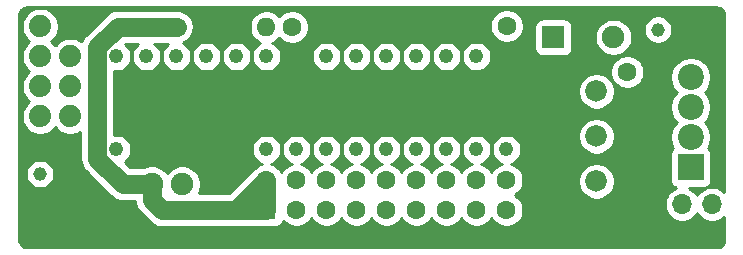
<source format=gbr>
%TF.GenerationSoftware,KiCad,Pcbnew,(5.1.12)-1*%
%TF.CreationDate,2023-01-21T14:52:04-05:00*%
%TF.ProjectId,Irrigation,49727269-6761-4746-996f-6e2e6b696361,rev?*%
%TF.SameCoordinates,Original*%
%TF.FileFunction,Copper,L1,Top*%
%TF.FilePolarity,Positive*%
%FSLAX46Y46*%
G04 Gerber Fmt 4.6, Leading zero omitted, Abs format (unit mm)*
G04 Created by KiCad (PCBNEW (5.1.12)-1) date 2023-01-21 14:52:04*
%MOMM*%
%LPD*%
G01*
G04 APERTURE LIST*
%TA.AperFunction,ComponentPad*%
%ADD10C,1.150000*%
%TD*%
%TA.AperFunction,ComponentPad*%
%ADD11C,1.605000*%
%TD*%
%TA.AperFunction,ComponentPad*%
%ADD12R,1.605000X1.605000*%
%TD*%
%TA.AperFunction,ComponentPad*%
%ADD13R,1.910000X1.910000*%
%TD*%
%TA.AperFunction,ComponentPad*%
%ADD14C,1.910000*%
%TD*%
%TA.AperFunction,ComponentPad*%
%ADD15C,1.243000*%
%TD*%
%TA.AperFunction,ComponentPad*%
%ADD16R,1.243000X1.243000*%
%TD*%
%TA.AperFunction,ComponentPad*%
%ADD17C,2.200000*%
%TD*%
%TA.AperFunction,ComponentPad*%
%ADD18R,2.200000X2.200000*%
%TD*%
%TA.AperFunction,ComponentPad*%
%ADD19C,1.600000*%
%TD*%
%TA.AperFunction,ComponentPad*%
%ADD20C,1.879600*%
%TD*%
%TA.AperFunction,ComponentPad*%
%ADD21O,1.600000X1.600000*%
%TD*%
%TA.AperFunction,ComponentPad*%
%ADD22O,1.700000X1.700000*%
%TD*%
%TA.AperFunction,ComponentPad*%
%ADD23R,1.700000X1.700000*%
%TD*%
%TA.AperFunction,ComponentPad*%
%ADD24C,1.830000*%
%TD*%
%TA.AperFunction,Conductor*%
%ADD25C,1.600000*%
%TD*%
%TA.AperFunction,Conductor*%
%ADD26C,0.254000*%
%TD*%
%TA.AperFunction,Conductor*%
%ADD27C,0.100000*%
%TD*%
G04 APERTURE END LIST*
D10*
%TO.P,C3,2*%
%TO.N,+3V3*%
X121015760Y-128015360D03*
%TO.P,C3,1*%
%TO.N,GND*%
X121015760Y-133015360D03*
%TD*%
%TO.P,C2,2*%
%TO.N,GND*%
X178344200Y-115798600D03*
%TO.P,C2,1*%
%TO.N,Net-(C2-Pad1)*%
X173344200Y-115798600D03*
%TD*%
D11*
%TO.P,J3,20*%
%TO.N,GND*%
X163050000Y-128524000D03*
%TO.P,J3,19*%
X163050000Y-131064000D03*
%TO.P,J3,18*%
%TO.N,D16*%
X160510000Y-128524000D03*
%TO.P,J3,17*%
%TO.N,D8*%
X160510000Y-131064000D03*
%TO.P,J3,16*%
%TO.N,D15*%
X157970000Y-128524000D03*
%TO.P,J3,15*%
%TO.N,D7*%
X157970000Y-131064000D03*
%TO.P,J3,14*%
%TO.N,D14*%
X155430000Y-128524000D03*
%TO.P,J3,13*%
%TO.N,D6*%
X155430000Y-131064000D03*
%TO.P,J3,12*%
%TO.N,D13*%
X152890000Y-128524000D03*
%TO.P,J3,11*%
%TO.N,D5*%
X152890000Y-131064000D03*
%TO.P,J3,10*%
%TO.N,D12*%
X150350000Y-128524000D03*
%TO.P,J3,9*%
%TO.N,D4*%
X150350000Y-131064000D03*
%TO.P,J3,8*%
%TO.N,D11*%
X147810000Y-128524000D03*
%TO.P,J3,7*%
%TO.N,D3*%
X147810000Y-131064000D03*
%TO.P,J3,6*%
%TO.N,D10*%
X145270000Y-128524000D03*
%TO.P,J3,5*%
%TO.N,D2*%
X145270000Y-131064000D03*
%TO.P,J3,4*%
%TO.N,D9*%
X142730000Y-128524000D03*
%TO.P,J3,3*%
%TO.N,D1*%
X142730000Y-131064000D03*
%TO.P,J3,2*%
%TO.N,+5V*%
X140190000Y-128524000D03*
D12*
%TO.P,J3,1*%
X140190000Y-131064000D03*
%TD*%
D13*
%TO.P,U4,1*%
%TO.N,GND*%
X135595200Y-128884200D03*
D14*
%TO.P,U4,2*%
%TO.N,+3V3*%
X133045200Y-128884200D03*
%TO.P,U4,3*%
%TO.N,+5V*%
X130495200Y-128884200D03*
%TD*%
D15*
%TO.P,U5,28*%
%TO.N,D16*%
X160510000Y-125937000D03*
%TO.P,U5,27*%
%TO.N,D15*%
X157970000Y-125937000D03*
%TO.P,U5,26*%
%TO.N,D14*%
X155430000Y-125937000D03*
%TO.P,U5,25*%
%TO.N,D13*%
X152890000Y-125937000D03*
%TO.P,U5,24*%
%TO.N,D12*%
X150350000Y-125937000D03*
%TO.P,U5,23*%
%TO.N,D11*%
X147810000Y-125937000D03*
%TO.P,U5,22*%
%TO.N,D10*%
X145270000Y-125937000D03*
%TO.P,U5,21*%
%TO.N,D9*%
X142730000Y-125937000D03*
%TO.P,U5,20*%
%TO.N,N/C*%
X140190000Y-125937000D03*
%TO.P,U5,19*%
%TO.N,GND*%
X137650000Y-125937000D03*
%TO.P,U5,18*%
X135110000Y-125937000D03*
%TO.P,U5,17*%
X132570000Y-125937000D03*
%TO.P,U5,16*%
X130030000Y-125937000D03*
%TO.P,U5,15*%
%TO.N,GPIO0*%
X127490000Y-125937000D03*
%TO.P,U5,14*%
%TO.N,GPIO2*%
X127490000Y-118063000D03*
%TO.P,U5,13*%
%TO.N,D4*%
X130030000Y-118063000D03*
%TO.P,U5,12*%
%TO.N,D3*%
X132570000Y-118063000D03*
%TO.P,U5,11*%
%TO.N,D2*%
X135110000Y-118063000D03*
%TO.P,U5,10*%
%TO.N,N/C*%
X137650000Y-118063000D03*
%TO.P,U5,9*%
%TO.N,Net-(C4-Pad1)*%
X140190000Y-118063000D03*
%TO.P,U5,8*%
%TO.N,GND*%
X142730000Y-118063000D03*
%TO.P,U5,7*%
%TO.N,D1*%
X145270000Y-118063000D03*
%TO.P,U5,6*%
%TO.N,N/C*%
X147810000Y-118063000D03*
%TO.P,U5,5*%
%TO.N,D8*%
X150350000Y-118063000D03*
%TO.P,U5,4*%
%TO.N,D7*%
X152890000Y-118063000D03*
%TO.P,U5,3*%
%TO.N,D6*%
X155430000Y-118063000D03*
%TO.P,U5,2*%
%TO.N,D5*%
X157970000Y-118063000D03*
D16*
%TO.P,U5,1*%
%TO.N,GND*%
X160510000Y-118063000D03*
%TD*%
D14*
%TO.P,U1,3*%
%TO.N,Net-(C2-Pad1)*%
X169570080Y-116448840D03*
%TO.P,U1,2*%
%TO.N,GND*%
X167020080Y-116448840D03*
D13*
%TO.P,U1,1*%
%TO.N,+24V*%
X164470080Y-116448840D03*
%TD*%
D17*
%TO.P,J1,4*%
%TO.N,Net-(BR1-Pad2)*%
X176103280Y-119847360D03*
%TO.P,J1,3*%
%TO.N,Net-(BR1-Pad3)*%
X176103280Y-122387360D03*
%TO.P,J1,2*%
%TO.N,Net-(BR1-Pad2)*%
X176103280Y-124927360D03*
D18*
%TO.P,J1,1*%
%TO.N,Net-(BR1-Pad3)*%
X176103280Y-127467360D03*
%TD*%
D19*
%TO.P,C1,2*%
%TO.N,GND*%
X158028000Y-115506500D03*
%TO.P,C1,1*%
%TO.N,+24V*%
X160528000Y-115506500D03*
%TD*%
D20*
%TO.P,U3,8*%
%TO.N,N/C*%
X123571000Y-123143000D03*
%TO.P,U3,7*%
%TO.N,+3V3*%
X121031000Y-123143000D03*
%TO.P,U3,6*%
%TO.N,GPIO0*%
X123571000Y-120603000D03*
%TO.P,U3,5*%
%TO.N,N/C*%
X121031000Y-120603000D03*
%TO.P,U3,4*%
%TO.N,GPIO2*%
X123571000Y-118063000D03*
%TO.P,U3,3*%
%TO.N,+3V3*%
X121031000Y-118063000D03*
%TO.P,U3,2*%
%TO.N,GND*%
X123571000Y-115523000D03*
%TO.P,U3,1*%
%TO.N,N/C*%
X121031000Y-115523000D03*
%TD*%
D21*
%TO.P,R2,2*%
%TO.N,Net-(C4-Pad1)*%
X140190000Y-115570000D03*
D19*
%TO.P,R2,1*%
%TO.N,+5V*%
X132588000Y-115570000D03*
%TD*%
%TO.P,R1,1*%
%TO.N,+24V*%
X170746420Y-119372380D03*
D21*
%TO.P,R1,2*%
%TO.N,GND*%
X170746420Y-126992380D03*
%TD*%
D22*
%TO.P,J2,3*%
%TO.N,Net-(C2-Pad1)*%
X177919380Y-130581400D03*
%TO.P,J2,2*%
%TO.N,N/C*%
X175379380Y-130581400D03*
D23*
%TO.P,J2,1*%
%TO.N,GND*%
X172839380Y-130581400D03*
%TD*%
D19*
%TO.P,C4,2*%
%TO.N,GND*%
X144867000Y-115570000D03*
%TO.P,C4,1*%
%TO.N,Net-(C4-Pad1)*%
X142367000Y-115570000D03*
%TD*%
D24*
%TO.P,BR1,4*%
%TO.N,GND*%
X168116340Y-132443220D03*
%TO.P,BR1,3*%
%TO.N,Net-(BR1-Pad3)*%
X168116340Y-128633220D03*
%TO.P,BR1,2*%
%TO.N,Net-(BR1-Pad2)*%
X168116340Y-124823220D03*
%TO.P,BR1,1*%
%TO.N,+24V*%
X168116340Y-121013220D03*
%TD*%
D25*
%TO.N,+5V*%
X127583178Y-115570000D02*
X132588000Y-115570000D01*
X125868499Y-117284679D02*
X127583178Y-115570000D01*
X125868499Y-126715321D02*
X125868499Y-117284679D01*
X128037378Y-128884200D02*
X125868499Y-126715321D01*
X130495200Y-128884200D02*
X128037378Y-128884200D01*
X130495200Y-130234773D02*
X131324427Y-131064000D01*
X130495200Y-128884200D02*
X130495200Y-130234773D01*
X140190000Y-128524000D02*
X140190000Y-131064000D01*
X137820400Y-130893600D02*
X137820400Y-131064000D01*
X140190000Y-128524000D02*
X137820400Y-130893600D01*
X137820400Y-131064000D02*
X140190000Y-131064000D01*
X131324427Y-131064000D02*
X137820400Y-131064000D01*
%TD*%
D26*
%TO.N,GND*%
X178430623Y-113934706D02*
X178548574Y-113970318D01*
X178657366Y-114028163D01*
X178752848Y-114106037D01*
X178831386Y-114200973D01*
X178889987Y-114309354D01*
X178926423Y-114427057D01*
X178942365Y-114578740D01*
X178942366Y-129504279D01*
X178866012Y-129427925D01*
X178622791Y-129265410D01*
X178352538Y-129153468D01*
X178065640Y-129096400D01*
X177773120Y-129096400D01*
X177486222Y-129153468D01*
X177215969Y-129265410D01*
X176972748Y-129427925D01*
X176765905Y-129634768D01*
X176649380Y-129809160D01*
X176532855Y-129634768D01*
X176326012Y-129427925D01*
X176082791Y-129265410D01*
X175937991Y-129205432D01*
X177203280Y-129205432D01*
X177327762Y-129193172D01*
X177447460Y-129156862D01*
X177557774Y-129097897D01*
X177654465Y-129018545D01*
X177733817Y-128921854D01*
X177792782Y-128811540D01*
X177829092Y-128691842D01*
X177841352Y-128567360D01*
X177841352Y-126367360D01*
X177829092Y-126242878D01*
X177792782Y-126123180D01*
X177733817Y-126012866D01*
X177654465Y-125916175D01*
X177573590Y-125849803D01*
X177640817Y-125749191D01*
X177771605Y-125433441D01*
X177838280Y-125098243D01*
X177838280Y-124756477D01*
X177771605Y-124421279D01*
X177640817Y-124105529D01*
X177450943Y-123821362D01*
X177286941Y-123657360D01*
X177450943Y-123493358D01*
X177640817Y-123209191D01*
X177771605Y-122893441D01*
X177838280Y-122558243D01*
X177838280Y-122216477D01*
X177771605Y-121881279D01*
X177640817Y-121565529D01*
X177450943Y-121281362D01*
X177286941Y-121117360D01*
X177450943Y-120953358D01*
X177640817Y-120669191D01*
X177771605Y-120353441D01*
X177838280Y-120018243D01*
X177838280Y-119676477D01*
X177771605Y-119341279D01*
X177640817Y-119025529D01*
X177450943Y-118741362D01*
X177209278Y-118499697D01*
X176925111Y-118309823D01*
X176609361Y-118179035D01*
X176274163Y-118112360D01*
X175932397Y-118112360D01*
X175597199Y-118179035D01*
X175281449Y-118309823D01*
X174997282Y-118499697D01*
X174755617Y-118741362D01*
X174565743Y-119025529D01*
X174434955Y-119341279D01*
X174368280Y-119676477D01*
X174368280Y-120018243D01*
X174434955Y-120353441D01*
X174565743Y-120669191D01*
X174755617Y-120953358D01*
X174919619Y-121117360D01*
X174755617Y-121281362D01*
X174565743Y-121565529D01*
X174434955Y-121881279D01*
X174368280Y-122216477D01*
X174368280Y-122558243D01*
X174434955Y-122893441D01*
X174565743Y-123209191D01*
X174755617Y-123493358D01*
X174919619Y-123657360D01*
X174755617Y-123821362D01*
X174565743Y-124105529D01*
X174434955Y-124421279D01*
X174368280Y-124756477D01*
X174368280Y-125098243D01*
X174434955Y-125433441D01*
X174565743Y-125749191D01*
X174632970Y-125849803D01*
X174552095Y-125916175D01*
X174472743Y-126012866D01*
X174413778Y-126123180D01*
X174377468Y-126242878D01*
X174365208Y-126367360D01*
X174365208Y-128567360D01*
X174377468Y-128691842D01*
X174413778Y-128811540D01*
X174472743Y-128921854D01*
X174552095Y-129018545D01*
X174648786Y-129097897D01*
X174759100Y-129156862D01*
X174862387Y-129188194D01*
X174675969Y-129265410D01*
X174432748Y-129427925D01*
X174225905Y-129634768D01*
X174063390Y-129877989D01*
X173951448Y-130148242D01*
X173894380Y-130435140D01*
X173894380Y-130727660D01*
X173951448Y-131014558D01*
X174063390Y-131284811D01*
X174225905Y-131528032D01*
X174432748Y-131734875D01*
X174675969Y-131897390D01*
X174946222Y-132009332D01*
X175233120Y-132066400D01*
X175525640Y-132066400D01*
X175812538Y-132009332D01*
X176082791Y-131897390D01*
X176326012Y-131734875D01*
X176532855Y-131528032D01*
X176649380Y-131353640D01*
X176765905Y-131528032D01*
X176972748Y-131734875D01*
X177215969Y-131897390D01*
X177486222Y-132009332D01*
X177773120Y-132066400D01*
X178065640Y-132066400D01*
X178352538Y-132009332D01*
X178622791Y-131897390D01*
X178866012Y-131734875D01*
X178942366Y-131658521D01*
X178942366Y-133572906D01*
X178927294Y-133726623D01*
X178891682Y-133844575D01*
X178833838Y-133953364D01*
X178755962Y-134048849D01*
X178661030Y-134127384D01*
X178552644Y-134185988D01*
X178434943Y-134222423D01*
X178283260Y-134238365D01*
X119919084Y-134238365D01*
X119765377Y-134223294D01*
X119647425Y-134187682D01*
X119538636Y-134129838D01*
X119443151Y-134051962D01*
X119364616Y-133957030D01*
X119306012Y-133848644D01*
X119269577Y-133730943D01*
X119253635Y-133579260D01*
X119253635Y-127896185D01*
X119805760Y-127896185D01*
X119805760Y-128134535D01*
X119852259Y-128368304D01*
X119943472Y-128588510D01*
X120075891Y-128786690D01*
X120244430Y-128955229D01*
X120442610Y-129087648D01*
X120662816Y-129178861D01*
X120896585Y-129225360D01*
X121134935Y-129225360D01*
X121368704Y-129178861D01*
X121588910Y-129087648D01*
X121787090Y-128955229D01*
X121955629Y-128786690D01*
X122088048Y-128588510D01*
X122179261Y-128368304D01*
X122225760Y-128134535D01*
X122225760Y-127896185D01*
X122179261Y-127662416D01*
X122088048Y-127442210D01*
X121955629Y-127244030D01*
X121787090Y-127075491D01*
X121588910Y-126943072D01*
X121368704Y-126851859D01*
X121134935Y-126805360D01*
X120896585Y-126805360D01*
X120662816Y-126851859D01*
X120442610Y-126943072D01*
X120244430Y-127075491D01*
X120075891Y-127244030D01*
X119943472Y-127442210D01*
X119852259Y-127662416D01*
X119805760Y-127896185D01*
X119253635Y-127896185D01*
X119253635Y-115367896D01*
X119456200Y-115367896D01*
X119456200Y-115678104D01*
X119516718Y-115982352D01*
X119635430Y-116268948D01*
X119807773Y-116526877D01*
X120027123Y-116746227D01*
X120097124Y-116793000D01*
X120027123Y-116839773D01*
X119807773Y-117059123D01*
X119635430Y-117317052D01*
X119516718Y-117603648D01*
X119456200Y-117907896D01*
X119456200Y-118218104D01*
X119516718Y-118522352D01*
X119635430Y-118808948D01*
X119807773Y-119066877D01*
X120027123Y-119286227D01*
X120097124Y-119333000D01*
X120027123Y-119379773D01*
X119807773Y-119599123D01*
X119635430Y-119857052D01*
X119516718Y-120143648D01*
X119456200Y-120447896D01*
X119456200Y-120758104D01*
X119516718Y-121062352D01*
X119635430Y-121348948D01*
X119807773Y-121606877D01*
X120027123Y-121826227D01*
X120097124Y-121873000D01*
X120027123Y-121919773D01*
X119807773Y-122139123D01*
X119635430Y-122397052D01*
X119516718Y-122683648D01*
X119456200Y-122987896D01*
X119456200Y-123298104D01*
X119516718Y-123602352D01*
X119635430Y-123888948D01*
X119807773Y-124146877D01*
X120027123Y-124366227D01*
X120285052Y-124538570D01*
X120571648Y-124657282D01*
X120875896Y-124717800D01*
X121186104Y-124717800D01*
X121490352Y-124657282D01*
X121776948Y-124538570D01*
X122034877Y-124366227D01*
X122254227Y-124146877D01*
X122301000Y-124076876D01*
X122347773Y-124146877D01*
X122567123Y-124366227D01*
X122825052Y-124538570D01*
X123111648Y-124657282D01*
X123415896Y-124717800D01*
X123726104Y-124717800D01*
X124030352Y-124657282D01*
X124316948Y-124538570D01*
X124433499Y-124460693D01*
X124433499Y-126644829D01*
X124426556Y-126715321D01*
X124433499Y-126785812D01*
X124454263Y-126996629D01*
X124536317Y-127267128D01*
X124669567Y-127516421D01*
X124848891Y-127734928D01*
X124903654Y-127779871D01*
X126972828Y-129849046D01*
X127017770Y-129903808D01*
X127236277Y-130083132D01*
X127485570Y-130216382D01*
X127756068Y-130298436D01*
X128037377Y-130326143D01*
X128107869Y-130319200D01*
X129061573Y-130319200D01*
X129080964Y-130516081D01*
X129163018Y-130786580D01*
X129220222Y-130893600D01*
X129296269Y-131035874D01*
X129475593Y-131254381D01*
X129530355Y-131299323D01*
X130259872Y-132028840D01*
X130304819Y-132083608D01*
X130523326Y-132262932D01*
X130659172Y-132335543D01*
X130772619Y-132396182D01*
X131043117Y-132478236D01*
X131324426Y-132505943D01*
X131394918Y-132499000D01*
X137749908Y-132499000D01*
X137820400Y-132505943D01*
X137890892Y-132499000D01*
X139330925Y-132499000D01*
X139387500Y-132504572D01*
X140176080Y-132504572D01*
X140190000Y-132505943D01*
X140203920Y-132504572D01*
X140992500Y-132504572D01*
X141116982Y-132492312D01*
X141236680Y-132456002D01*
X141346994Y-132397037D01*
X141443685Y-132317685D01*
X141523037Y-132220994D01*
X141582002Y-132110680D01*
X141618312Y-131990982D01*
X141618826Y-131985758D01*
X141813647Y-132180579D01*
X142049089Y-132337896D01*
X142310697Y-132446257D01*
X142588419Y-132501500D01*
X142871581Y-132501500D01*
X143149303Y-132446257D01*
X143410911Y-132337896D01*
X143646353Y-132180579D01*
X143846579Y-131980353D01*
X144000000Y-131750742D01*
X144153421Y-131980353D01*
X144353647Y-132180579D01*
X144589089Y-132337896D01*
X144850697Y-132446257D01*
X145128419Y-132501500D01*
X145411581Y-132501500D01*
X145689303Y-132446257D01*
X145950911Y-132337896D01*
X146186353Y-132180579D01*
X146386579Y-131980353D01*
X146540000Y-131750742D01*
X146693421Y-131980353D01*
X146893647Y-132180579D01*
X147129089Y-132337896D01*
X147390697Y-132446257D01*
X147668419Y-132501500D01*
X147951581Y-132501500D01*
X148229303Y-132446257D01*
X148490911Y-132337896D01*
X148726353Y-132180579D01*
X148926579Y-131980353D01*
X149080000Y-131750742D01*
X149233421Y-131980353D01*
X149433647Y-132180579D01*
X149669089Y-132337896D01*
X149930697Y-132446257D01*
X150208419Y-132501500D01*
X150491581Y-132501500D01*
X150769303Y-132446257D01*
X151030911Y-132337896D01*
X151266353Y-132180579D01*
X151466579Y-131980353D01*
X151620000Y-131750742D01*
X151773421Y-131980353D01*
X151973647Y-132180579D01*
X152209089Y-132337896D01*
X152470697Y-132446257D01*
X152748419Y-132501500D01*
X153031581Y-132501500D01*
X153309303Y-132446257D01*
X153570911Y-132337896D01*
X153806353Y-132180579D01*
X154006579Y-131980353D01*
X154160000Y-131750742D01*
X154313421Y-131980353D01*
X154513647Y-132180579D01*
X154749089Y-132337896D01*
X155010697Y-132446257D01*
X155288419Y-132501500D01*
X155571581Y-132501500D01*
X155849303Y-132446257D01*
X156110911Y-132337896D01*
X156346353Y-132180579D01*
X156546579Y-131980353D01*
X156700000Y-131750742D01*
X156853421Y-131980353D01*
X157053647Y-132180579D01*
X157289089Y-132337896D01*
X157550697Y-132446257D01*
X157828419Y-132501500D01*
X158111581Y-132501500D01*
X158389303Y-132446257D01*
X158650911Y-132337896D01*
X158886353Y-132180579D01*
X159086579Y-131980353D01*
X159240000Y-131750742D01*
X159393421Y-131980353D01*
X159593647Y-132180579D01*
X159829089Y-132337896D01*
X160090697Y-132446257D01*
X160368419Y-132501500D01*
X160651581Y-132501500D01*
X160929303Y-132446257D01*
X161190911Y-132337896D01*
X161426353Y-132180579D01*
X161626579Y-131980353D01*
X161783896Y-131744911D01*
X161892257Y-131483303D01*
X161947500Y-131205581D01*
X161947500Y-130922419D01*
X161892257Y-130644697D01*
X161783896Y-130383089D01*
X161626579Y-130147647D01*
X161426353Y-129947421D01*
X161196742Y-129794000D01*
X161426353Y-129640579D01*
X161626579Y-129440353D01*
X161783896Y-129204911D01*
X161892257Y-128943303D01*
X161947500Y-128665581D01*
X161947500Y-128480558D01*
X166566340Y-128480558D01*
X166566340Y-128785882D01*
X166625905Y-129085338D01*
X166742748Y-129367420D01*
X166912376Y-129621288D01*
X167128272Y-129837184D01*
X167382140Y-130006812D01*
X167664222Y-130123655D01*
X167963678Y-130183220D01*
X168269002Y-130183220D01*
X168568458Y-130123655D01*
X168850540Y-130006812D01*
X169104408Y-129837184D01*
X169320304Y-129621288D01*
X169489932Y-129367420D01*
X169606775Y-129085338D01*
X169666340Y-128785882D01*
X169666340Y-128480558D01*
X169606775Y-128181102D01*
X169489932Y-127899020D01*
X169320304Y-127645152D01*
X169104408Y-127429256D01*
X168850540Y-127259628D01*
X168568458Y-127142785D01*
X168269002Y-127083220D01*
X167963678Y-127083220D01*
X167664222Y-127142785D01*
X167382140Y-127259628D01*
X167128272Y-127429256D01*
X166912376Y-127645152D01*
X166742748Y-127899020D01*
X166625905Y-128181102D01*
X166566340Y-128480558D01*
X161947500Y-128480558D01*
X161947500Y-128382419D01*
X161892257Y-128104697D01*
X161783896Y-127843089D01*
X161626579Y-127607647D01*
X161426353Y-127407421D01*
X161190911Y-127250104D01*
X160929303Y-127141743D01*
X160899297Y-127135774D01*
X161105176Y-127050496D01*
X161310972Y-126912988D01*
X161485988Y-126737972D01*
X161623496Y-126532176D01*
X161718214Y-126303508D01*
X161766500Y-126060754D01*
X161766500Y-125813246D01*
X161718214Y-125570492D01*
X161623496Y-125341824D01*
X161485988Y-125136028D01*
X161310972Y-124961012D01*
X161105176Y-124823504D01*
X160876508Y-124728786D01*
X160633754Y-124680500D01*
X160386246Y-124680500D01*
X160143492Y-124728786D01*
X159914824Y-124823504D01*
X159709028Y-124961012D01*
X159534012Y-125136028D01*
X159396504Y-125341824D01*
X159301786Y-125570492D01*
X159253500Y-125813246D01*
X159253500Y-126060754D01*
X159301786Y-126303508D01*
X159396504Y-126532176D01*
X159534012Y-126737972D01*
X159709028Y-126912988D01*
X159914824Y-127050496D01*
X160120703Y-127135774D01*
X160090697Y-127141743D01*
X159829089Y-127250104D01*
X159593647Y-127407421D01*
X159393421Y-127607647D01*
X159240000Y-127837258D01*
X159086579Y-127607647D01*
X158886353Y-127407421D01*
X158650911Y-127250104D01*
X158389303Y-127141743D01*
X158359297Y-127135774D01*
X158565176Y-127050496D01*
X158770972Y-126912988D01*
X158945988Y-126737972D01*
X159083496Y-126532176D01*
X159178214Y-126303508D01*
X159226500Y-126060754D01*
X159226500Y-125813246D01*
X159178214Y-125570492D01*
X159083496Y-125341824D01*
X158945988Y-125136028D01*
X158770972Y-124961012D01*
X158565176Y-124823504D01*
X158336508Y-124728786D01*
X158093754Y-124680500D01*
X157846246Y-124680500D01*
X157603492Y-124728786D01*
X157374824Y-124823504D01*
X157169028Y-124961012D01*
X156994012Y-125136028D01*
X156856504Y-125341824D01*
X156761786Y-125570492D01*
X156713500Y-125813246D01*
X156713500Y-126060754D01*
X156761786Y-126303508D01*
X156856504Y-126532176D01*
X156994012Y-126737972D01*
X157169028Y-126912988D01*
X157374824Y-127050496D01*
X157580703Y-127135774D01*
X157550697Y-127141743D01*
X157289089Y-127250104D01*
X157053647Y-127407421D01*
X156853421Y-127607647D01*
X156700000Y-127837258D01*
X156546579Y-127607647D01*
X156346353Y-127407421D01*
X156110911Y-127250104D01*
X155849303Y-127141743D01*
X155819297Y-127135774D01*
X156025176Y-127050496D01*
X156230972Y-126912988D01*
X156405988Y-126737972D01*
X156543496Y-126532176D01*
X156638214Y-126303508D01*
X156686500Y-126060754D01*
X156686500Y-125813246D01*
X156638214Y-125570492D01*
X156543496Y-125341824D01*
X156405988Y-125136028D01*
X156230972Y-124961012D01*
X156025176Y-124823504D01*
X155796508Y-124728786D01*
X155553754Y-124680500D01*
X155306246Y-124680500D01*
X155063492Y-124728786D01*
X154834824Y-124823504D01*
X154629028Y-124961012D01*
X154454012Y-125136028D01*
X154316504Y-125341824D01*
X154221786Y-125570492D01*
X154173500Y-125813246D01*
X154173500Y-126060754D01*
X154221786Y-126303508D01*
X154316504Y-126532176D01*
X154454012Y-126737972D01*
X154629028Y-126912988D01*
X154834824Y-127050496D01*
X155040703Y-127135774D01*
X155010697Y-127141743D01*
X154749089Y-127250104D01*
X154513647Y-127407421D01*
X154313421Y-127607647D01*
X154160000Y-127837258D01*
X154006579Y-127607647D01*
X153806353Y-127407421D01*
X153570911Y-127250104D01*
X153309303Y-127141743D01*
X153279297Y-127135774D01*
X153485176Y-127050496D01*
X153690972Y-126912988D01*
X153865988Y-126737972D01*
X154003496Y-126532176D01*
X154098214Y-126303508D01*
X154146500Y-126060754D01*
X154146500Y-125813246D01*
X154098214Y-125570492D01*
X154003496Y-125341824D01*
X153865988Y-125136028D01*
X153690972Y-124961012D01*
X153485176Y-124823504D01*
X153256508Y-124728786D01*
X153013754Y-124680500D01*
X152766246Y-124680500D01*
X152523492Y-124728786D01*
X152294824Y-124823504D01*
X152089028Y-124961012D01*
X151914012Y-125136028D01*
X151776504Y-125341824D01*
X151681786Y-125570492D01*
X151633500Y-125813246D01*
X151633500Y-126060754D01*
X151681786Y-126303508D01*
X151776504Y-126532176D01*
X151914012Y-126737972D01*
X152089028Y-126912988D01*
X152294824Y-127050496D01*
X152500703Y-127135774D01*
X152470697Y-127141743D01*
X152209089Y-127250104D01*
X151973647Y-127407421D01*
X151773421Y-127607647D01*
X151620000Y-127837258D01*
X151466579Y-127607647D01*
X151266353Y-127407421D01*
X151030911Y-127250104D01*
X150769303Y-127141743D01*
X150739297Y-127135774D01*
X150945176Y-127050496D01*
X151150972Y-126912988D01*
X151325988Y-126737972D01*
X151463496Y-126532176D01*
X151558214Y-126303508D01*
X151606500Y-126060754D01*
X151606500Y-125813246D01*
X151558214Y-125570492D01*
X151463496Y-125341824D01*
X151325988Y-125136028D01*
X151150972Y-124961012D01*
X150945176Y-124823504D01*
X150716508Y-124728786D01*
X150473754Y-124680500D01*
X150226246Y-124680500D01*
X149983492Y-124728786D01*
X149754824Y-124823504D01*
X149549028Y-124961012D01*
X149374012Y-125136028D01*
X149236504Y-125341824D01*
X149141786Y-125570492D01*
X149093500Y-125813246D01*
X149093500Y-126060754D01*
X149141786Y-126303508D01*
X149236504Y-126532176D01*
X149374012Y-126737972D01*
X149549028Y-126912988D01*
X149754824Y-127050496D01*
X149960703Y-127135774D01*
X149930697Y-127141743D01*
X149669089Y-127250104D01*
X149433647Y-127407421D01*
X149233421Y-127607647D01*
X149080000Y-127837258D01*
X148926579Y-127607647D01*
X148726353Y-127407421D01*
X148490911Y-127250104D01*
X148229303Y-127141743D01*
X148199297Y-127135774D01*
X148405176Y-127050496D01*
X148610972Y-126912988D01*
X148785988Y-126737972D01*
X148923496Y-126532176D01*
X149018214Y-126303508D01*
X149066500Y-126060754D01*
X149066500Y-125813246D01*
X149018214Y-125570492D01*
X148923496Y-125341824D01*
X148785988Y-125136028D01*
X148610972Y-124961012D01*
X148405176Y-124823504D01*
X148176508Y-124728786D01*
X147933754Y-124680500D01*
X147686246Y-124680500D01*
X147443492Y-124728786D01*
X147214824Y-124823504D01*
X147009028Y-124961012D01*
X146834012Y-125136028D01*
X146696504Y-125341824D01*
X146601786Y-125570492D01*
X146553500Y-125813246D01*
X146553500Y-126060754D01*
X146601786Y-126303508D01*
X146696504Y-126532176D01*
X146834012Y-126737972D01*
X147009028Y-126912988D01*
X147214824Y-127050496D01*
X147420703Y-127135774D01*
X147390697Y-127141743D01*
X147129089Y-127250104D01*
X146893647Y-127407421D01*
X146693421Y-127607647D01*
X146540000Y-127837258D01*
X146386579Y-127607647D01*
X146186353Y-127407421D01*
X145950911Y-127250104D01*
X145689303Y-127141743D01*
X145659297Y-127135774D01*
X145865176Y-127050496D01*
X146070972Y-126912988D01*
X146245988Y-126737972D01*
X146383496Y-126532176D01*
X146478214Y-126303508D01*
X146526500Y-126060754D01*
X146526500Y-125813246D01*
X146478214Y-125570492D01*
X146383496Y-125341824D01*
X146245988Y-125136028D01*
X146070972Y-124961012D01*
X145865176Y-124823504D01*
X145636508Y-124728786D01*
X145393754Y-124680500D01*
X145146246Y-124680500D01*
X144903492Y-124728786D01*
X144674824Y-124823504D01*
X144469028Y-124961012D01*
X144294012Y-125136028D01*
X144156504Y-125341824D01*
X144061786Y-125570492D01*
X144013500Y-125813246D01*
X144013500Y-126060754D01*
X144061786Y-126303508D01*
X144156504Y-126532176D01*
X144294012Y-126737972D01*
X144469028Y-126912988D01*
X144674824Y-127050496D01*
X144880703Y-127135774D01*
X144850697Y-127141743D01*
X144589089Y-127250104D01*
X144353647Y-127407421D01*
X144153421Y-127607647D01*
X144000000Y-127837258D01*
X143846579Y-127607647D01*
X143646353Y-127407421D01*
X143410911Y-127250104D01*
X143149303Y-127141743D01*
X143119297Y-127135774D01*
X143325176Y-127050496D01*
X143530972Y-126912988D01*
X143705988Y-126737972D01*
X143843496Y-126532176D01*
X143938214Y-126303508D01*
X143986500Y-126060754D01*
X143986500Y-125813246D01*
X143938214Y-125570492D01*
X143843496Y-125341824D01*
X143705988Y-125136028D01*
X143530972Y-124961012D01*
X143325176Y-124823504D01*
X143096508Y-124728786D01*
X142853754Y-124680500D01*
X142606246Y-124680500D01*
X142363492Y-124728786D01*
X142134824Y-124823504D01*
X141929028Y-124961012D01*
X141754012Y-125136028D01*
X141616504Y-125341824D01*
X141521786Y-125570492D01*
X141473500Y-125813246D01*
X141473500Y-126060754D01*
X141521786Y-126303508D01*
X141616504Y-126532176D01*
X141754012Y-126737972D01*
X141929028Y-126912988D01*
X142134824Y-127050496D01*
X142340703Y-127135774D01*
X142310697Y-127141743D01*
X142049089Y-127250104D01*
X141813647Y-127407421D01*
X141613421Y-127607647D01*
X141460000Y-127837258D01*
X141410303Y-127762881D01*
X141388932Y-127722899D01*
X141360173Y-127687856D01*
X141306579Y-127607647D01*
X141238363Y-127539431D01*
X141209607Y-127504392D01*
X141174569Y-127475637D01*
X141106353Y-127407421D01*
X141026139Y-127353824D01*
X140991100Y-127325068D01*
X140951123Y-127303700D01*
X140870911Y-127250104D01*
X140781787Y-127213188D01*
X140741807Y-127191818D01*
X140698425Y-127178658D01*
X140609303Y-127141743D01*
X140579297Y-127135774D01*
X140785176Y-127050496D01*
X140990972Y-126912988D01*
X141165988Y-126737972D01*
X141303496Y-126532176D01*
X141398214Y-126303508D01*
X141446500Y-126060754D01*
X141446500Y-125813246D01*
X141398214Y-125570492D01*
X141303496Y-125341824D01*
X141165988Y-125136028D01*
X140990972Y-124961012D01*
X140785176Y-124823504D01*
X140556508Y-124728786D01*
X140313754Y-124680500D01*
X140066246Y-124680500D01*
X139823492Y-124728786D01*
X139594824Y-124823504D01*
X139389028Y-124961012D01*
X139214012Y-125136028D01*
X139076504Y-125341824D01*
X138981786Y-125570492D01*
X138933500Y-125813246D01*
X138933500Y-126060754D01*
X138981786Y-126303508D01*
X139076504Y-126532176D01*
X139214012Y-126737972D01*
X139389028Y-126912988D01*
X139594824Y-127050496D01*
X139800703Y-127135774D01*
X139770697Y-127141743D01*
X139681577Y-127178657D01*
X139638192Y-127191818D01*
X139598208Y-127213190D01*
X139509089Y-127250104D01*
X139428881Y-127303697D01*
X139388899Y-127325068D01*
X139353856Y-127353827D01*
X139273647Y-127407421D01*
X139205431Y-127475637D01*
X139170392Y-127504393D01*
X139141637Y-127539431D01*
X139073421Y-127607647D01*
X139066302Y-127618301D01*
X137055605Y-129629000D01*
X134457696Y-129629000D01*
X134574097Y-129347986D01*
X134635200Y-129040801D01*
X134635200Y-128727599D01*
X134574097Y-128420414D01*
X134454239Y-128131053D01*
X134280233Y-127870634D01*
X134058766Y-127649167D01*
X133798347Y-127475161D01*
X133508986Y-127355303D01*
X133201801Y-127294200D01*
X132888599Y-127294200D01*
X132581414Y-127355303D01*
X132292053Y-127475161D01*
X132031634Y-127649167D01*
X131810167Y-127870634D01*
X131770200Y-127930449D01*
X131730233Y-127870634D01*
X131508766Y-127649167D01*
X131248347Y-127475161D01*
X130958986Y-127355303D01*
X130651801Y-127294200D01*
X130338599Y-127294200D01*
X130031414Y-127355303D01*
X129804728Y-127449200D01*
X128631774Y-127449200D01*
X128173832Y-126991258D01*
X128290972Y-126912988D01*
X128465988Y-126737972D01*
X128603496Y-126532176D01*
X128698214Y-126303508D01*
X128746500Y-126060754D01*
X128746500Y-125813246D01*
X128698214Y-125570492D01*
X128603496Y-125341824D01*
X128465988Y-125136028D01*
X128290972Y-124961012D01*
X128085176Y-124823504D01*
X127856508Y-124728786D01*
X127613754Y-124680500D01*
X127366246Y-124680500D01*
X127303499Y-124692981D01*
X127303499Y-124670558D01*
X166566340Y-124670558D01*
X166566340Y-124975882D01*
X166625905Y-125275338D01*
X166742748Y-125557420D01*
X166912376Y-125811288D01*
X167128272Y-126027184D01*
X167382140Y-126196812D01*
X167664222Y-126313655D01*
X167963678Y-126373220D01*
X168269002Y-126373220D01*
X168568458Y-126313655D01*
X168850540Y-126196812D01*
X169104408Y-126027184D01*
X169320304Y-125811288D01*
X169489932Y-125557420D01*
X169606775Y-125275338D01*
X169666340Y-124975882D01*
X169666340Y-124670558D01*
X169606775Y-124371102D01*
X169489932Y-124089020D01*
X169320304Y-123835152D01*
X169104408Y-123619256D01*
X168850540Y-123449628D01*
X168568458Y-123332785D01*
X168269002Y-123273220D01*
X167963678Y-123273220D01*
X167664222Y-123332785D01*
X167382140Y-123449628D01*
X167128272Y-123619256D01*
X166912376Y-123835152D01*
X166742748Y-124089020D01*
X166625905Y-124371102D01*
X166566340Y-124670558D01*
X127303499Y-124670558D01*
X127303499Y-120860558D01*
X166566340Y-120860558D01*
X166566340Y-121165882D01*
X166625905Y-121465338D01*
X166742748Y-121747420D01*
X166912376Y-122001288D01*
X167128272Y-122217184D01*
X167382140Y-122386812D01*
X167664222Y-122503655D01*
X167963678Y-122563220D01*
X168269002Y-122563220D01*
X168568458Y-122503655D01*
X168850540Y-122386812D01*
X169104408Y-122217184D01*
X169320304Y-122001288D01*
X169489932Y-121747420D01*
X169606775Y-121465338D01*
X169666340Y-121165882D01*
X169666340Y-120860558D01*
X169606775Y-120561102D01*
X169489932Y-120279020D01*
X169320304Y-120025152D01*
X169104408Y-119809256D01*
X168850540Y-119639628D01*
X168568458Y-119522785D01*
X168269002Y-119463220D01*
X167963678Y-119463220D01*
X167664222Y-119522785D01*
X167382140Y-119639628D01*
X167128272Y-119809256D01*
X166912376Y-120025152D01*
X166742748Y-120279020D01*
X166625905Y-120561102D01*
X166566340Y-120860558D01*
X127303499Y-120860558D01*
X127303499Y-119307019D01*
X127366246Y-119319500D01*
X127613754Y-119319500D01*
X127856508Y-119271214D01*
X128085176Y-119176496D01*
X128290972Y-119038988D01*
X128465988Y-118863972D01*
X128603496Y-118658176D01*
X128698214Y-118429508D01*
X128746500Y-118186754D01*
X128746500Y-117939246D01*
X128698214Y-117696492D01*
X128603496Y-117467824D01*
X128465988Y-117262028D01*
X128290972Y-117087012D01*
X128173832Y-117008742D01*
X128177574Y-117005000D01*
X129351768Y-117005000D01*
X129229028Y-117087012D01*
X129054012Y-117262028D01*
X128916504Y-117467824D01*
X128821786Y-117696492D01*
X128773500Y-117939246D01*
X128773500Y-118186754D01*
X128821786Y-118429508D01*
X128916504Y-118658176D01*
X129054012Y-118863972D01*
X129229028Y-119038988D01*
X129434824Y-119176496D01*
X129663492Y-119271214D01*
X129906246Y-119319500D01*
X130153754Y-119319500D01*
X130396508Y-119271214D01*
X130625176Y-119176496D01*
X130830972Y-119038988D01*
X131005988Y-118863972D01*
X131143496Y-118658176D01*
X131238214Y-118429508D01*
X131286500Y-118186754D01*
X131286500Y-117939246D01*
X131238214Y-117696492D01*
X131143496Y-117467824D01*
X131005988Y-117262028D01*
X130830972Y-117087012D01*
X130708232Y-117005000D01*
X131891768Y-117005000D01*
X131769028Y-117087012D01*
X131594012Y-117262028D01*
X131456504Y-117467824D01*
X131361786Y-117696492D01*
X131313500Y-117939246D01*
X131313500Y-118186754D01*
X131361786Y-118429508D01*
X131456504Y-118658176D01*
X131594012Y-118863972D01*
X131769028Y-119038988D01*
X131974824Y-119176496D01*
X132203492Y-119271214D01*
X132446246Y-119319500D01*
X132693754Y-119319500D01*
X132936508Y-119271214D01*
X133165176Y-119176496D01*
X133370972Y-119038988D01*
X133545988Y-118863972D01*
X133683496Y-118658176D01*
X133778214Y-118429508D01*
X133826500Y-118186754D01*
X133826500Y-117939246D01*
X133853500Y-117939246D01*
X133853500Y-118186754D01*
X133901786Y-118429508D01*
X133996504Y-118658176D01*
X134134012Y-118863972D01*
X134309028Y-119038988D01*
X134514824Y-119176496D01*
X134743492Y-119271214D01*
X134986246Y-119319500D01*
X135233754Y-119319500D01*
X135476508Y-119271214D01*
X135705176Y-119176496D01*
X135910972Y-119038988D01*
X136085988Y-118863972D01*
X136223496Y-118658176D01*
X136318214Y-118429508D01*
X136366500Y-118186754D01*
X136366500Y-117939246D01*
X136393500Y-117939246D01*
X136393500Y-118186754D01*
X136441786Y-118429508D01*
X136536504Y-118658176D01*
X136674012Y-118863972D01*
X136849028Y-119038988D01*
X137054824Y-119176496D01*
X137283492Y-119271214D01*
X137526246Y-119319500D01*
X137773754Y-119319500D01*
X138016508Y-119271214D01*
X138245176Y-119176496D01*
X138450972Y-119038988D01*
X138625988Y-118863972D01*
X138763496Y-118658176D01*
X138858214Y-118429508D01*
X138906500Y-118186754D01*
X138906500Y-117939246D01*
X138858214Y-117696492D01*
X138763496Y-117467824D01*
X138625988Y-117262028D01*
X138450972Y-117087012D01*
X138245176Y-116949504D01*
X138016508Y-116854786D01*
X137773754Y-116806500D01*
X137526246Y-116806500D01*
X137283492Y-116854786D01*
X137054824Y-116949504D01*
X136849028Y-117087012D01*
X136674012Y-117262028D01*
X136536504Y-117467824D01*
X136441786Y-117696492D01*
X136393500Y-117939246D01*
X136366500Y-117939246D01*
X136318214Y-117696492D01*
X136223496Y-117467824D01*
X136085988Y-117262028D01*
X135910972Y-117087012D01*
X135705176Y-116949504D01*
X135476508Y-116854786D01*
X135233754Y-116806500D01*
X134986246Y-116806500D01*
X134743492Y-116854786D01*
X134514824Y-116949504D01*
X134309028Y-117087012D01*
X134134012Y-117262028D01*
X133996504Y-117467824D01*
X133901786Y-117696492D01*
X133853500Y-117939246D01*
X133826500Y-117939246D01*
X133778214Y-117696492D01*
X133683496Y-117467824D01*
X133545988Y-117262028D01*
X133370972Y-117087012D01*
X133165176Y-116949504D01*
X133088503Y-116917745D01*
X133139808Y-116902182D01*
X133202288Y-116868786D01*
X133267727Y-116841680D01*
X133326622Y-116802328D01*
X133389101Y-116768932D01*
X133443863Y-116723990D01*
X133502759Y-116684637D01*
X133552846Y-116634550D01*
X133607608Y-116589608D01*
X133652550Y-116534846D01*
X133702637Y-116484759D01*
X133741990Y-116425863D01*
X133786932Y-116371101D01*
X133820328Y-116308622D01*
X133859680Y-116249727D01*
X133886786Y-116184288D01*
X133920182Y-116121808D01*
X133940747Y-116054014D01*
X133967853Y-115988574D01*
X133981673Y-115919097D01*
X134002236Y-115851309D01*
X134009179Y-115780817D01*
X134023000Y-115711335D01*
X134023000Y-115640492D01*
X134029943Y-115570000D01*
X134023000Y-115499508D01*
X134023000Y-115428665D01*
X138755000Y-115428665D01*
X138755000Y-115711335D01*
X138810147Y-115988574D01*
X138918320Y-116249727D01*
X139075363Y-116484759D01*
X139275241Y-116684637D01*
X139510273Y-116841680D01*
X139682703Y-116913103D01*
X139594824Y-116949504D01*
X139389028Y-117087012D01*
X139214012Y-117262028D01*
X139076504Y-117467824D01*
X138981786Y-117696492D01*
X138933500Y-117939246D01*
X138933500Y-118186754D01*
X138981786Y-118429508D01*
X139076504Y-118658176D01*
X139214012Y-118863972D01*
X139389028Y-119038988D01*
X139594824Y-119176496D01*
X139823492Y-119271214D01*
X140066246Y-119319500D01*
X140313754Y-119319500D01*
X140556508Y-119271214D01*
X140785176Y-119176496D01*
X140990972Y-119038988D01*
X141165988Y-118863972D01*
X141303496Y-118658176D01*
X141398214Y-118429508D01*
X141446500Y-118186754D01*
X141446500Y-117939246D01*
X144013500Y-117939246D01*
X144013500Y-118186754D01*
X144061786Y-118429508D01*
X144156504Y-118658176D01*
X144294012Y-118863972D01*
X144469028Y-119038988D01*
X144674824Y-119176496D01*
X144903492Y-119271214D01*
X145146246Y-119319500D01*
X145393754Y-119319500D01*
X145636508Y-119271214D01*
X145865176Y-119176496D01*
X146070972Y-119038988D01*
X146245988Y-118863972D01*
X146383496Y-118658176D01*
X146478214Y-118429508D01*
X146526500Y-118186754D01*
X146526500Y-117939246D01*
X146553500Y-117939246D01*
X146553500Y-118186754D01*
X146601786Y-118429508D01*
X146696504Y-118658176D01*
X146834012Y-118863972D01*
X147009028Y-119038988D01*
X147214824Y-119176496D01*
X147443492Y-119271214D01*
X147686246Y-119319500D01*
X147933754Y-119319500D01*
X148176508Y-119271214D01*
X148405176Y-119176496D01*
X148610972Y-119038988D01*
X148785988Y-118863972D01*
X148923496Y-118658176D01*
X149018214Y-118429508D01*
X149066500Y-118186754D01*
X149066500Y-117939246D01*
X149093500Y-117939246D01*
X149093500Y-118186754D01*
X149141786Y-118429508D01*
X149236504Y-118658176D01*
X149374012Y-118863972D01*
X149549028Y-119038988D01*
X149754824Y-119176496D01*
X149983492Y-119271214D01*
X150226246Y-119319500D01*
X150473754Y-119319500D01*
X150716508Y-119271214D01*
X150945176Y-119176496D01*
X151150972Y-119038988D01*
X151325988Y-118863972D01*
X151463496Y-118658176D01*
X151558214Y-118429508D01*
X151606500Y-118186754D01*
X151606500Y-117939246D01*
X151633500Y-117939246D01*
X151633500Y-118186754D01*
X151681786Y-118429508D01*
X151776504Y-118658176D01*
X151914012Y-118863972D01*
X152089028Y-119038988D01*
X152294824Y-119176496D01*
X152523492Y-119271214D01*
X152766246Y-119319500D01*
X153013754Y-119319500D01*
X153256508Y-119271214D01*
X153485176Y-119176496D01*
X153690972Y-119038988D01*
X153865988Y-118863972D01*
X154003496Y-118658176D01*
X154098214Y-118429508D01*
X154146500Y-118186754D01*
X154146500Y-117939246D01*
X154173500Y-117939246D01*
X154173500Y-118186754D01*
X154221786Y-118429508D01*
X154316504Y-118658176D01*
X154454012Y-118863972D01*
X154629028Y-119038988D01*
X154834824Y-119176496D01*
X155063492Y-119271214D01*
X155306246Y-119319500D01*
X155553754Y-119319500D01*
X155796508Y-119271214D01*
X156025176Y-119176496D01*
X156230972Y-119038988D01*
X156405988Y-118863972D01*
X156543496Y-118658176D01*
X156638214Y-118429508D01*
X156686500Y-118186754D01*
X156686500Y-117939246D01*
X156713500Y-117939246D01*
X156713500Y-118186754D01*
X156761786Y-118429508D01*
X156856504Y-118658176D01*
X156994012Y-118863972D01*
X157169028Y-119038988D01*
X157374824Y-119176496D01*
X157603492Y-119271214D01*
X157846246Y-119319500D01*
X158093754Y-119319500D01*
X158336508Y-119271214D01*
X158433483Y-119231045D01*
X169311420Y-119231045D01*
X169311420Y-119513715D01*
X169366567Y-119790954D01*
X169474740Y-120052107D01*
X169631783Y-120287139D01*
X169831661Y-120487017D01*
X170066693Y-120644060D01*
X170327846Y-120752233D01*
X170605085Y-120807380D01*
X170887755Y-120807380D01*
X171164994Y-120752233D01*
X171426147Y-120644060D01*
X171661179Y-120487017D01*
X171861057Y-120287139D01*
X172018100Y-120052107D01*
X172126273Y-119790954D01*
X172181420Y-119513715D01*
X172181420Y-119231045D01*
X172126273Y-118953806D01*
X172018100Y-118692653D01*
X171861057Y-118457621D01*
X171661179Y-118257743D01*
X171426147Y-118100700D01*
X171164994Y-117992527D01*
X170887755Y-117937380D01*
X170605085Y-117937380D01*
X170327846Y-117992527D01*
X170066693Y-118100700D01*
X169831661Y-118257743D01*
X169631783Y-118457621D01*
X169474740Y-118692653D01*
X169366567Y-118953806D01*
X169311420Y-119231045D01*
X158433483Y-119231045D01*
X158565176Y-119176496D01*
X158770972Y-119038988D01*
X158945988Y-118863972D01*
X159083496Y-118658176D01*
X159178214Y-118429508D01*
X159226500Y-118186754D01*
X159226500Y-117939246D01*
X159178214Y-117696492D01*
X159083496Y-117467824D01*
X158945988Y-117262028D01*
X158770972Y-117087012D01*
X158565176Y-116949504D01*
X158336508Y-116854786D01*
X158093754Y-116806500D01*
X157846246Y-116806500D01*
X157603492Y-116854786D01*
X157374824Y-116949504D01*
X157169028Y-117087012D01*
X156994012Y-117262028D01*
X156856504Y-117467824D01*
X156761786Y-117696492D01*
X156713500Y-117939246D01*
X156686500Y-117939246D01*
X156638214Y-117696492D01*
X156543496Y-117467824D01*
X156405988Y-117262028D01*
X156230972Y-117087012D01*
X156025176Y-116949504D01*
X155796508Y-116854786D01*
X155553754Y-116806500D01*
X155306246Y-116806500D01*
X155063492Y-116854786D01*
X154834824Y-116949504D01*
X154629028Y-117087012D01*
X154454012Y-117262028D01*
X154316504Y-117467824D01*
X154221786Y-117696492D01*
X154173500Y-117939246D01*
X154146500Y-117939246D01*
X154098214Y-117696492D01*
X154003496Y-117467824D01*
X153865988Y-117262028D01*
X153690972Y-117087012D01*
X153485176Y-116949504D01*
X153256508Y-116854786D01*
X153013754Y-116806500D01*
X152766246Y-116806500D01*
X152523492Y-116854786D01*
X152294824Y-116949504D01*
X152089028Y-117087012D01*
X151914012Y-117262028D01*
X151776504Y-117467824D01*
X151681786Y-117696492D01*
X151633500Y-117939246D01*
X151606500Y-117939246D01*
X151558214Y-117696492D01*
X151463496Y-117467824D01*
X151325988Y-117262028D01*
X151150972Y-117087012D01*
X150945176Y-116949504D01*
X150716508Y-116854786D01*
X150473754Y-116806500D01*
X150226246Y-116806500D01*
X149983492Y-116854786D01*
X149754824Y-116949504D01*
X149549028Y-117087012D01*
X149374012Y-117262028D01*
X149236504Y-117467824D01*
X149141786Y-117696492D01*
X149093500Y-117939246D01*
X149066500Y-117939246D01*
X149018214Y-117696492D01*
X148923496Y-117467824D01*
X148785988Y-117262028D01*
X148610972Y-117087012D01*
X148405176Y-116949504D01*
X148176508Y-116854786D01*
X147933754Y-116806500D01*
X147686246Y-116806500D01*
X147443492Y-116854786D01*
X147214824Y-116949504D01*
X147009028Y-117087012D01*
X146834012Y-117262028D01*
X146696504Y-117467824D01*
X146601786Y-117696492D01*
X146553500Y-117939246D01*
X146526500Y-117939246D01*
X146478214Y-117696492D01*
X146383496Y-117467824D01*
X146245988Y-117262028D01*
X146070972Y-117087012D01*
X145865176Y-116949504D01*
X145636508Y-116854786D01*
X145393754Y-116806500D01*
X145146246Y-116806500D01*
X144903492Y-116854786D01*
X144674824Y-116949504D01*
X144469028Y-117087012D01*
X144294012Y-117262028D01*
X144156504Y-117467824D01*
X144061786Y-117696492D01*
X144013500Y-117939246D01*
X141446500Y-117939246D01*
X141398214Y-117696492D01*
X141303496Y-117467824D01*
X141165988Y-117262028D01*
X140990972Y-117087012D01*
X140785176Y-116949504D01*
X140697297Y-116913103D01*
X140869727Y-116841680D01*
X141104759Y-116684637D01*
X141278500Y-116510896D01*
X141452241Y-116684637D01*
X141687273Y-116841680D01*
X141948426Y-116949853D01*
X142225665Y-117005000D01*
X142508335Y-117005000D01*
X142785574Y-116949853D01*
X143046727Y-116841680D01*
X143281759Y-116684637D01*
X143481637Y-116484759D01*
X143638680Y-116249727D01*
X143746853Y-115988574D01*
X143802000Y-115711335D01*
X143802000Y-115428665D01*
X143789369Y-115365165D01*
X159093000Y-115365165D01*
X159093000Y-115647835D01*
X159148147Y-115925074D01*
X159256320Y-116186227D01*
X159413363Y-116421259D01*
X159613241Y-116621137D01*
X159848273Y-116778180D01*
X160109426Y-116886353D01*
X160386665Y-116941500D01*
X160669335Y-116941500D01*
X160946574Y-116886353D01*
X161207727Y-116778180D01*
X161442759Y-116621137D01*
X161642637Y-116421259D01*
X161799680Y-116186227D01*
X161907853Y-115925074D01*
X161963000Y-115647835D01*
X161963000Y-115493840D01*
X162877008Y-115493840D01*
X162877008Y-117403840D01*
X162889268Y-117528322D01*
X162925578Y-117648020D01*
X162984543Y-117758334D01*
X163063895Y-117855025D01*
X163160586Y-117934377D01*
X163270900Y-117993342D01*
X163390598Y-118029652D01*
X163515080Y-118041912D01*
X165425080Y-118041912D01*
X165549562Y-118029652D01*
X165669260Y-117993342D01*
X165779574Y-117934377D01*
X165876265Y-117855025D01*
X165955617Y-117758334D01*
X166014582Y-117648020D01*
X166050892Y-117528322D01*
X166063152Y-117403840D01*
X166063152Y-116292239D01*
X167980080Y-116292239D01*
X167980080Y-116605441D01*
X168041183Y-116912626D01*
X168161041Y-117201987D01*
X168335047Y-117462406D01*
X168556514Y-117683873D01*
X168816933Y-117857879D01*
X169106294Y-117977737D01*
X169413479Y-118038840D01*
X169726681Y-118038840D01*
X170033866Y-117977737D01*
X170323227Y-117857879D01*
X170583646Y-117683873D01*
X170805113Y-117462406D01*
X170979119Y-117201987D01*
X171098977Y-116912626D01*
X171160080Y-116605441D01*
X171160080Y-116292239D01*
X171098977Y-115985054D01*
X170979119Y-115695693D01*
X170968250Y-115679425D01*
X172134200Y-115679425D01*
X172134200Y-115917775D01*
X172180699Y-116151544D01*
X172271912Y-116371750D01*
X172404331Y-116569930D01*
X172572870Y-116738469D01*
X172771050Y-116870888D01*
X172991256Y-116962101D01*
X173225025Y-117008600D01*
X173463375Y-117008600D01*
X173697144Y-116962101D01*
X173917350Y-116870888D01*
X174115530Y-116738469D01*
X174284069Y-116569930D01*
X174416488Y-116371750D01*
X174507701Y-116151544D01*
X174554200Y-115917775D01*
X174554200Y-115679425D01*
X174507701Y-115445656D01*
X174416488Y-115225450D01*
X174284069Y-115027270D01*
X174115530Y-114858731D01*
X173917350Y-114726312D01*
X173697144Y-114635099D01*
X173463375Y-114588600D01*
X173225025Y-114588600D01*
X172991256Y-114635099D01*
X172771050Y-114726312D01*
X172572870Y-114858731D01*
X172404331Y-115027270D01*
X172271912Y-115225450D01*
X172180699Y-115445656D01*
X172134200Y-115679425D01*
X170968250Y-115679425D01*
X170805113Y-115435274D01*
X170583646Y-115213807D01*
X170323227Y-115039801D01*
X170033866Y-114919943D01*
X169726681Y-114858840D01*
X169413479Y-114858840D01*
X169106294Y-114919943D01*
X168816933Y-115039801D01*
X168556514Y-115213807D01*
X168335047Y-115435274D01*
X168161041Y-115695693D01*
X168041183Y-115985054D01*
X167980080Y-116292239D01*
X166063152Y-116292239D01*
X166063152Y-115493840D01*
X166050892Y-115369358D01*
X166014582Y-115249660D01*
X165955617Y-115139346D01*
X165876265Y-115042655D01*
X165779574Y-114963303D01*
X165669260Y-114904338D01*
X165549562Y-114868028D01*
X165425080Y-114855768D01*
X163515080Y-114855768D01*
X163390598Y-114868028D01*
X163270900Y-114904338D01*
X163160586Y-114963303D01*
X163063895Y-115042655D01*
X162984543Y-115139346D01*
X162925578Y-115249660D01*
X162889268Y-115369358D01*
X162877008Y-115493840D01*
X161963000Y-115493840D01*
X161963000Y-115365165D01*
X161907853Y-115087926D01*
X161799680Y-114826773D01*
X161642637Y-114591741D01*
X161442759Y-114391863D01*
X161207727Y-114234820D01*
X160946574Y-114126647D01*
X160669335Y-114071500D01*
X160386665Y-114071500D01*
X160109426Y-114126647D01*
X159848273Y-114234820D01*
X159613241Y-114391863D01*
X159413363Y-114591741D01*
X159256320Y-114826773D01*
X159148147Y-115087926D01*
X159093000Y-115365165D01*
X143789369Y-115365165D01*
X143746853Y-115151426D01*
X143638680Y-114890273D01*
X143481637Y-114655241D01*
X143281759Y-114455363D01*
X143046727Y-114298320D01*
X142785574Y-114190147D01*
X142508335Y-114135000D01*
X142225665Y-114135000D01*
X141948426Y-114190147D01*
X141687273Y-114298320D01*
X141452241Y-114455363D01*
X141278500Y-114629104D01*
X141104759Y-114455363D01*
X140869727Y-114298320D01*
X140608574Y-114190147D01*
X140331335Y-114135000D01*
X140048665Y-114135000D01*
X139771426Y-114190147D01*
X139510273Y-114298320D01*
X139275241Y-114455363D01*
X139075363Y-114655241D01*
X138918320Y-114890273D01*
X138810147Y-115151426D01*
X138755000Y-115428665D01*
X134023000Y-115428665D01*
X134009179Y-115359183D01*
X134002236Y-115288691D01*
X133981673Y-115220903D01*
X133967853Y-115151426D01*
X133940747Y-115085986D01*
X133920182Y-115018192D01*
X133886786Y-114955712D01*
X133859680Y-114890273D01*
X133820328Y-114831378D01*
X133786932Y-114768899D01*
X133741990Y-114714137D01*
X133702637Y-114655241D01*
X133652550Y-114605154D01*
X133607608Y-114550392D01*
X133552846Y-114505450D01*
X133502759Y-114455363D01*
X133443863Y-114416010D01*
X133389101Y-114371068D01*
X133326622Y-114337672D01*
X133267727Y-114298320D01*
X133202288Y-114271214D01*
X133139808Y-114237818D01*
X133072014Y-114217253D01*
X133006574Y-114190147D01*
X132937097Y-114176327D01*
X132869309Y-114155764D01*
X132798817Y-114148821D01*
X132729335Y-114135000D01*
X127653669Y-114135000D01*
X127583177Y-114128057D01*
X127301868Y-114155764D01*
X127238912Y-114174862D01*
X127031370Y-114237818D01*
X126782077Y-114371068D01*
X126563570Y-114550392D01*
X126518632Y-114605149D01*
X124903653Y-116220130D01*
X124848892Y-116265071D01*
X124669568Y-116483578D01*
X124634750Y-116548718D01*
X124536317Y-116732872D01*
X124515853Y-116800334D01*
X124316948Y-116667430D01*
X124030352Y-116548718D01*
X123726104Y-116488200D01*
X123415896Y-116488200D01*
X123111648Y-116548718D01*
X122825052Y-116667430D01*
X122567123Y-116839773D01*
X122347773Y-117059123D01*
X122301000Y-117129124D01*
X122254227Y-117059123D01*
X122034877Y-116839773D01*
X121964876Y-116793000D01*
X122034877Y-116746227D01*
X122254227Y-116526877D01*
X122426570Y-116268948D01*
X122545282Y-115982352D01*
X122605800Y-115678104D01*
X122605800Y-115367896D01*
X122545282Y-115063648D01*
X122426570Y-114777052D01*
X122254227Y-114519123D01*
X122034877Y-114299773D01*
X121776948Y-114127430D01*
X121490352Y-114008718D01*
X121186104Y-113948200D01*
X120875896Y-113948200D01*
X120571648Y-114008718D01*
X120285052Y-114127430D01*
X120027123Y-114299773D01*
X119807773Y-114519123D01*
X119635430Y-114777052D01*
X119516718Y-115063648D01*
X119456200Y-115367896D01*
X119253635Y-115367896D01*
X119253635Y-114585084D01*
X119268706Y-114431377D01*
X119304318Y-114313426D01*
X119362163Y-114204634D01*
X119440037Y-114109152D01*
X119534973Y-114030614D01*
X119643354Y-113972013D01*
X119761057Y-113935577D01*
X119912740Y-113919635D01*
X178276916Y-113919635D01*
X178430623Y-113934706D01*
%TA.AperFunction,Conductor*%
D27*
G36*
X178430623Y-113934706D02*
G01*
X178548574Y-113970318D01*
X178657366Y-114028163D01*
X178752848Y-114106037D01*
X178831386Y-114200973D01*
X178889987Y-114309354D01*
X178926423Y-114427057D01*
X178942365Y-114578740D01*
X178942366Y-129504279D01*
X178866012Y-129427925D01*
X178622791Y-129265410D01*
X178352538Y-129153468D01*
X178065640Y-129096400D01*
X177773120Y-129096400D01*
X177486222Y-129153468D01*
X177215969Y-129265410D01*
X176972748Y-129427925D01*
X176765905Y-129634768D01*
X176649380Y-129809160D01*
X176532855Y-129634768D01*
X176326012Y-129427925D01*
X176082791Y-129265410D01*
X175937991Y-129205432D01*
X177203280Y-129205432D01*
X177327762Y-129193172D01*
X177447460Y-129156862D01*
X177557774Y-129097897D01*
X177654465Y-129018545D01*
X177733817Y-128921854D01*
X177792782Y-128811540D01*
X177829092Y-128691842D01*
X177841352Y-128567360D01*
X177841352Y-126367360D01*
X177829092Y-126242878D01*
X177792782Y-126123180D01*
X177733817Y-126012866D01*
X177654465Y-125916175D01*
X177573590Y-125849803D01*
X177640817Y-125749191D01*
X177771605Y-125433441D01*
X177838280Y-125098243D01*
X177838280Y-124756477D01*
X177771605Y-124421279D01*
X177640817Y-124105529D01*
X177450943Y-123821362D01*
X177286941Y-123657360D01*
X177450943Y-123493358D01*
X177640817Y-123209191D01*
X177771605Y-122893441D01*
X177838280Y-122558243D01*
X177838280Y-122216477D01*
X177771605Y-121881279D01*
X177640817Y-121565529D01*
X177450943Y-121281362D01*
X177286941Y-121117360D01*
X177450943Y-120953358D01*
X177640817Y-120669191D01*
X177771605Y-120353441D01*
X177838280Y-120018243D01*
X177838280Y-119676477D01*
X177771605Y-119341279D01*
X177640817Y-119025529D01*
X177450943Y-118741362D01*
X177209278Y-118499697D01*
X176925111Y-118309823D01*
X176609361Y-118179035D01*
X176274163Y-118112360D01*
X175932397Y-118112360D01*
X175597199Y-118179035D01*
X175281449Y-118309823D01*
X174997282Y-118499697D01*
X174755617Y-118741362D01*
X174565743Y-119025529D01*
X174434955Y-119341279D01*
X174368280Y-119676477D01*
X174368280Y-120018243D01*
X174434955Y-120353441D01*
X174565743Y-120669191D01*
X174755617Y-120953358D01*
X174919619Y-121117360D01*
X174755617Y-121281362D01*
X174565743Y-121565529D01*
X174434955Y-121881279D01*
X174368280Y-122216477D01*
X174368280Y-122558243D01*
X174434955Y-122893441D01*
X174565743Y-123209191D01*
X174755617Y-123493358D01*
X174919619Y-123657360D01*
X174755617Y-123821362D01*
X174565743Y-124105529D01*
X174434955Y-124421279D01*
X174368280Y-124756477D01*
X174368280Y-125098243D01*
X174434955Y-125433441D01*
X174565743Y-125749191D01*
X174632970Y-125849803D01*
X174552095Y-125916175D01*
X174472743Y-126012866D01*
X174413778Y-126123180D01*
X174377468Y-126242878D01*
X174365208Y-126367360D01*
X174365208Y-128567360D01*
X174377468Y-128691842D01*
X174413778Y-128811540D01*
X174472743Y-128921854D01*
X174552095Y-129018545D01*
X174648786Y-129097897D01*
X174759100Y-129156862D01*
X174862387Y-129188194D01*
X174675969Y-129265410D01*
X174432748Y-129427925D01*
X174225905Y-129634768D01*
X174063390Y-129877989D01*
X173951448Y-130148242D01*
X173894380Y-130435140D01*
X173894380Y-130727660D01*
X173951448Y-131014558D01*
X174063390Y-131284811D01*
X174225905Y-131528032D01*
X174432748Y-131734875D01*
X174675969Y-131897390D01*
X174946222Y-132009332D01*
X175233120Y-132066400D01*
X175525640Y-132066400D01*
X175812538Y-132009332D01*
X176082791Y-131897390D01*
X176326012Y-131734875D01*
X176532855Y-131528032D01*
X176649380Y-131353640D01*
X176765905Y-131528032D01*
X176972748Y-131734875D01*
X177215969Y-131897390D01*
X177486222Y-132009332D01*
X177773120Y-132066400D01*
X178065640Y-132066400D01*
X178352538Y-132009332D01*
X178622791Y-131897390D01*
X178866012Y-131734875D01*
X178942366Y-131658521D01*
X178942366Y-133572906D01*
X178927294Y-133726623D01*
X178891682Y-133844575D01*
X178833838Y-133953364D01*
X178755962Y-134048849D01*
X178661030Y-134127384D01*
X178552644Y-134185988D01*
X178434943Y-134222423D01*
X178283260Y-134238365D01*
X119919084Y-134238365D01*
X119765377Y-134223294D01*
X119647425Y-134187682D01*
X119538636Y-134129838D01*
X119443151Y-134051962D01*
X119364616Y-133957030D01*
X119306012Y-133848644D01*
X119269577Y-133730943D01*
X119253635Y-133579260D01*
X119253635Y-127896185D01*
X119805760Y-127896185D01*
X119805760Y-128134535D01*
X119852259Y-128368304D01*
X119943472Y-128588510D01*
X120075891Y-128786690D01*
X120244430Y-128955229D01*
X120442610Y-129087648D01*
X120662816Y-129178861D01*
X120896585Y-129225360D01*
X121134935Y-129225360D01*
X121368704Y-129178861D01*
X121588910Y-129087648D01*
X121787090Y-128955229D01*
X121955629Y-128786690D01*
X122088048Y-128588510D01*
X122179261Y-128368304D01*
X122225760Y-128134535D01*
X122225760Y-127896185D01*
X122179261Y-127662416D01*
X122088048Y-127442210D01*
X121955629Y-127244030D01*
X121787090Y-127075491D01*
X121588910Y-126943072D01*
X121368704Y-126851859D01*
X121134935Y-126805360D01*
X120896585Y-126805360D01*
X120662816Y-126851859D01*
X120442610Y-126943072D01*
X120244430Y-127075491D01*
X120075891Y-127244030D01*
X119943472Y-127442210D01*
X119852259Y-127662416D01*
X119805760Y-127896185D01*
X119253635Y-127896185D01*
X119253635Y-115367896D01*
X119456200Y-115367896D01*
X119456200Y-115678104D01*
X119516718Y-115982352D01*
X119635430Y-116268948D01*
X119807773Y-116526877D01*
X120027123Y-116746227D01*
X120097124Y-116793000D01*
X120027123Y-116839773D01*
X119807773Y-117059123D01*
X119635430Y-117317052D01*
X119516718Y-117603648D01*
X119456200Y-117907896D01*
X119456200Y-118218104D01*
X119516718Y-118522352D01*
X119635430Y-118808948D01*
X119807773Y-119066877D01*
X120027123Y-119286227D01*
X120097124Y-119333000D01*
X120027123Y-119379773D01*
X119807773Y-119599123D01*
X119635430Y-119857052D01*
X119516718Y-120143648D01*
X119456200Y-120447896D01*
X119456200Y-120758104D01*
X119516718Y-121062352D01*
X119635430Y-121348948D01*
X119807773Y-121606877D01*
X120027123Y-121826227D01*
X120097124Y-121873000D01*
X120027123Y-121919773D01*
X119807773Y-122139123D01*
X119635430Y-122397052D01*
X119516718Y-122683648D01*
X119456200Y-122987896D01*
X119456200Y-123298104D01*
X119516718Y-123602352D01*
X119635430Y-123888948D01*
X119807773Y-124146877D01*
X120027123Y-124366227D01*
X120285052Y-124538570D01*
X120571648Y-124657282D01*
X120875896Y-124717800D01*
X121186104Y-124717800D01*
X121490352Y-124657282D01*
X121776948Y-124538570D01*
X122034877Y-124366227D01*
X122254227Y-124146877D01*
X122301000Y-124076876D01*
X122347773Y-124146877D01*
X122567123Y-124366227D01*
X122825052Y-124538570D01*
X123111648Y-124657282D01*
X123415896Y-124717800D01*
X123726104Y-124717800D01*
X124030352Y-124657282D01*
X124316948Y-124538570D01*
X124433499Y-124460693D01*
X124433499Y-126644829D01*
X124426556Y-126715321D01*
X124433499Y-126785812D01*
X124454263Y-126996629D01*
X124536317Y-127267128D01*
X124669567Y-127516421D01*
X124848891Y-127734928D01*
X124903654Y-127779871D01*
X126972828Y-129849046D01*
X127017770Y-129903808D01*
X127236277Y-130083132D01*
X127485570Y-130216382D01*
X127756068Y-130298436D01*
X128037377Y-130326143D01*
X128107869Y-130319200D01*
X129061573Y-130319200D01*
X129080964Y-130516081D01*
X129163018Y-130786580D01*
X129220222Y-130893600D01*
X129296269Y-131035874D01*
X129475593Y-131254381D01*
X129530355Y-131299323D01*
X130259872Y-132028840D01*
X130304819Y-132083608D01*
X130523326Y-132262932D01*
X130659172Y-132335543D01*
X130772619Y-132396182D01*
X131043117Y-132478236D01*
X131324426Y-132505943D01*
X131394918Y-132499000D01*
X137749908Y-132499000D01*
X137820400Y-132505943D01*
X137890892Y-132499000D01*
X139330925Y-132499000D01*
X139387500Y-132504572D01*
X140176080Y-132504572D01*
X140190000Y-132505943D01*
X140203920Y-132504572D01*
X140992500Y-132504572D01*
X141116982Y-132492312D01*
X141236680Y-132456002D01*
X141346994Y-132397037D01*
X141443685Y-132317685D01*
X141523037Y-132220994D01*
X141582002Y-132110680D01*
X141618312Y-131990982D01*
X141618826Y-131985758D01*
X141813647Y-132180579D01*
X142049089Y-132337896D01*
X142310697Y-132446257D01*
X142588419Y-132501500D01*
X142871581Y-132501500D01*
X143149303Y-132446257D01*
X143410911Y-132337896D01*
X143646353Y-132180579D01*
X143846579Y-131980353D01*
X144000000Y-131750742D01*
X144153421Y-131980353D01*
X144353647Y-132180579D01*
X144589089Y-132337896D01*
X144850697Y-132446257D01*
X145128419Y-132501500D01*
X145411581Y-132501500D01*
X145689303Y-132446257D01*
X145950911Y-132337896D01*
X146186353Y-132180579D01*
X146386579Y-131980353D01*
X146540000Y-131750742D01*
X146693421Y-131980353D01*
X146893647Y-132180579D01*
X147129089Y-132337896D01*
X147390697Y-132446257D01*
X147668419Y-132501500D01*
X147951581Y-132501500D01*
X148229303Y-132446257D01*
X148490911Y-132337896D01*
X148726353Y-132180579D01*
X148926579Y-131980353D01*
X149080000Y-131750742D01*
X149233421Y-131980353D01*
X149433647Y-132180579D01*
X149669089Y-132337896D01*
X149930697Y-132446257D01*
X150208419Y-132501500D01*
X150491581Y-132501500D01*
X150769303Y-132446257D01*
X151030911Y-132337896D01*
X151266353Y-132180579D01*
X151466579Y-131980353D01*
X151620000Y-131750742D01*
X151773421Y-131980353D01*
X151973647Y-132180579D01*
X152209089Y-132337896D01*
X152470697Y-132446257D01*
X152748419Y-132501500D01*
X153031581Y-132501500D01*
X153309303Y-132446257D01*
X153570911Y-132337896D01*
X153806353Y-132180579D01*
X154006579Y-131980353D01*
X154160000Y-131750742D01*
X154313421Y-131980353D01*
X154513647Y-132180579D01*
X154749089Y-132337896D01*
X155010697Y-132446257D01*
X155288419Y-132501500D01*
X155571581Y-132501500D01*
X155849303Y-132446257D01*
X156110911Y-132337896D01*
X156346353Y-132180579D01*
X156546579Y-131980353D01*
X156700000Y-131750742D01*
X156853421Y-131980353D01*
X157053647Y-132180579D01*
X157289089Y-132337896D01*
X157550697Y-132446257D01*
X157828419Y-132501500D01*
X158111581Y-132501500D01*
X158389303Y-132446257D01*
X158650911Y-132337896D01*
X158886353Y-132180579D01*
X159086579Y-131980353D01*
X159240000Y-131750742D01*
X159393421Y-131980353D01*
X159593647Y-132180579D01*
X159829089Y-132337896D01*
X160090697Y-132446257D01*
X160368419Y-132501500D01*
X160651581Y-132501500D01*
X160929303Y-132446257D01*
X161190911Y-132337896D01*
X161426353Y-132180579D01*
X161626579Y-131980353D01*
X161783896Y-131744911D01*
X161892257Y-131483303D01*
X161947500Y-131205581D01*
X161947500Y-130922419D01*
X161892257Y-130644697D01*
X161783896Y-130383089D01*
X161626579Y-130147647D01*
X161426353Y-129947421D01*
X161196742Y-129794000D01*
X161426353Y-129640579D01*
X161626579Y-129440353D01*
X161783896Y-129204911D01*
X161892257Y-128943303D01*
X161947500Y-128665581D01*
X161947500Y-128480558D01*
X166566340Y-128480558D01*
X166566340Y-128785882D01*
X166625905Y-129085338D01*
X166742748Y-129367420D01*
X166912376Y-129621288D01*
X167128272Y-129837184D01*
X167382140Y-130006812D01*
X167664222Y-130123655D01*
X167963678Y-130183220D01*
X168269002Y-130183220D01*
X168568458Y-130123655D01*
X168850540Y-130006812D01*
X169104408Y-129837184D01*
X169320304Y-129621288D01*
X169489932Y-129367420D01*
X169606775Y-129085338D01*
X169666340Y-128785882D01*
X169666340Y-128480558D01*
X169606775Y-128181102D01*
X169489932Y-127899020D01*
X169320304Y-127645152D01*
X169104408Y-127429256D01*
X168850540Y-127259628D01*
X168568458Y-127142785D01*
X168269002Y-127083220D01*
X167963678Y-127083220D01*
X167664222Y-127142785D01*
X167382140Y-127259628D01*
X167128272Y-127429256D01*
X166912376Y-127645152D01*
X166742748Y-127899020D01*
X166625905Y-128181102D01*
X166566340Y-128480558D01*
X161947500Y-128480558D01*
X161947500Y-128382419D01*
X161892257Y-128104697D01*
X161783896Y-127843089D01*
X161626579Y-127607647D01*
X161426353Y-127407421D01*
X161190911Y-127250104D01*
X160929303Y-127141743D01*
X160899297Y-127135774D01*
X161105176Y-127050496D01*
X161310972Y-126912988D01*
X161485988Y-126737972D01*
X161623496Y-126532176D01*
X161718214Y-126303508D01*
X161766500Y-126060754D01*
X161766500Y-125813246D01*
X161718214Y-125570492D01*
X161623496Y-125341824D01*
X161485988Y-125136028D01*
X161310972Y-124961012D01*
X161105176Y-124823504D01*
X160876508Y-124728786D01*
X160633754Y-124680500D01*
X160386246Y-124680500D01*
X160143492Y-124728786D01*
X159914824Y-124823504D01*
X159709028Y-124961012D01*
X159534012Y-125136028D01*
X159396504Y-125341824D01*
X159301786Y-125570492D01*
X159253500Y-125813246D01*
X159253500Y-126060754D01*
X159301786Y-126303508D01*
X159396504Y-126532176D01*
X159534012Y-126737972D01*
X159709028Y-126912988D01*
X159914824Y-127050496D01*
X160120703Y-127135774D01*
X160090697Y-127141743D01*
X159829089Y-127250104D01*
X159593647Y-127407421D01*
X159393421Y-127607647D01*
X159240000Y-127837258D01*
X159086579Y-127607647D01*
X158886353Y-127407421D01*
X158650911Y-127250104D01*
X158389303Y-127141743D01*
X158359297Y-127135774D01*
X158565176Y-127050496D01*
X158770972Y-126912988D01*
X158945988Y-126737972D01*
X159083496Y-126532176D01*
X159178214Y-126303508D01*
X159226500Y-126060754D01*
X159226500Y-125813246D01*
X159178214Y-125570492D01*
X159083496Y-125341824D01*
X158945988Y-125136028D01*
X158770972Y-124961012D01*
X158565176Y-124823504D01*
X158336508Y-124728786D01*
X158093754Y-124680500D01*
X157846246Y-124680500D01*
X157603492Y-124728786D01*
X157374824Y-124823504D01*
X157169028Y-124961012D01*
X156994012Y-125136028D01*
X156856504Y-125341824D01*
X156761786Y-125570492D01*
X156713500Y-125813246D01*
X156713500Y-126060754D01*
X156761786Y-126303508D01*
X156856504Y-126532176D01*
X156994012Y-126737972D01*
X157169028Y-126912988D01*
X157374824Y-127050496D01*
X157580703Y-127135774D01*
X157550697Y-127141743D01*
X157289089Y-127250104D01*
X157053647Y-127407421D01*
X156853421Y-127607647D01*
X156700000Y-127837258D01*
X156546579Y-127607647D01*
X156346353Y-127407421D01*
X156110911Y-127250104D01*
X155849303Y-127141743D01*
X155819297Y-127135774D01*
X156025176Y-127050496D01*
X156230972Y-126912988D01*
X156405988Y-126737972D01*
X156543496Y-126532176D01*
X156638214Y-126303508D01*
X156686500Y-126060754D01*
X156686500Y-125813246D01*
X156638214Y-125570492D01*
X156543496Y-125341824D01*
X156405988Y-125136028D01*
X156230972Y-124961012D01*
X156025176Y-124823504D01*
X155796508Y-124728786D01*
X155553754Y-124680500D01*
X155306246Y-124680500D01*
X155063492Y-124728786D01*
X154834824Y-124823504D01*
X154629028Y-124961012D01*
X154454012Y-125136028D01*
X154316504Y-125341824D01*
X154221786Y-125570492D01*
X154173500Y-125813246D01*
X154173500Y-126060754D01*
X154221786Y-126303508D01*
X154316504Y-126532176D01*
X154454012Y-126737972D01*
X154629028Y-126912988D01*
X154834824Y-127050496D01*
X155040703Y-127135774D01*
X155010697Y-127141743D01*
X154749089Y-127250104D01*
X154513647Y-127407421D01*
X154313421Y-127607647D01*
X154160000Y-127837258D01*
X154006579Y-127607647D01*
X153806353Y-127407421D01*
X153570911Y-127250104D01*
X153309303Y-127141743D01*
X153279297Y-127135774D01*
X153485176Y-127050496D01*
X153690972Y-126912988D01*
X153865988Y-126737972D01*
X154003496Y-126532176D01*
X154098214Y-126303508D01*
X154146500Y-126060754D01*
X154146500Y-125813246D01*
X154098214Y-125570492D01*
X154003496Y-125341824D01*
X153865988Y-125136028D01*
X153690972Y-124961012D01*
X153485176Y-124823504D01*
X153256508Y-124728786D01*
X153013754Y-124680500D01*
X152766246Y-124680500D01*
X152523492Y-124728786D01*
X152294824Y-124823504D01*
X152089028Y-124961012D01*
X151914012Y-125136028D01*
X151776504Y-125341824D01*
X151681786Y-125570492D01*
X151633500Y-125813246D01*
X151633500Y-126060754D01*
X151681786Y-126303508D01*
X151776504Y-126532176D01*
X151914012Y-126737972D01*
X152089028Y-126912988D01*
X152294824Y-127050496D01*
X152500703Y-127135774D01*
X152470697Y-127141743D01*
X152209089Y-127250104D01*
X151973647Y-127407421D01*
X151773421Y-127607647D01*
X151620000Y-127837258D01*
X151466579Y-127607647D01*
X151266353Y-127407421D01*
X151030911Y-127250104D01*
X150769303Y-127141743D01*
X150739297Y-127135774D01*
X150945176Y-127050496D01*
X151150972Y-126912988D01*
X151325988Y-126737972D01*
X151463496Y-126532176D01*
X151558214Y-126303508D01*
X151606500Y-126060754D01*
X151606500Y-125813246D01*
X151558214Y-125570492D01*
X151463496Y-125341824D01*
X151325988Y-125136028D01*
X151150972Y-124961012D01*
X150945176Y-124823504D01*
X150716508Y-124728786D01*
X150473754Y-124680500D01*
X150226246Y-124680500D01*
X149983492Y-124728786D01*
X149754824Y-124823504D01*
X149549028Y-124961012D01*
X149374012Y-125136028D01*
X149236504Y-125341824D01*
X149141786Y-125570492D01*
X149093500Y-125813246D01*
X149093500Y-126060754D01*
X149141786Y-126303508D01*
X149236504Y-126532176D01*
X149374012Y-126737972D01*
X149549028Y-126912988D01*
X149754824Y-127050496D01*
X149960703Y-127135774D01*
X149930697Y-127141743D01*
X149669089Y-127250104D01*
X149433647Y-127407421D01*
X149233421Y-127607647D01*
X149080000Y-127837258D01*
X148926579Y-127607647D01*
X148726353Y-127407421D01*
X148490911Y-127250104D01*
X148229303Y-127141743D01*
X148199297Y-127135774D01*
X148405176Y-127050496D01*
X148610972Y-126912988D01*
X148785988Y-126737972D01*
X148923496Y-126532176D01*
X149018214Y-126303508D01*
X149066500Y-126060754D01*
X149066500Y-125813246D01*
X149018214Y-125570492D01*
X148923496Y-125341824D01*
X148785988Y-125136028D01*
X148610972Y-124961012D01*
X148405176Y-124823504D01*
X148176508Y-124728786D01*
X147933754Y-124680500D01*
X147686246Y-124680500D01*
X147443492Y-124728786D01*
X147214824Y-124823504D01*
X147009028Y-124961012D01*
X146834012Y-125136028D01*
X146696504Y-125341824D01*
X146601786Y-125570492D01*
X146553500Y-125813246D01*
X146553500Y-126060754D01*
X146601786Y-126303508D01*
X146696504Y-126532176D01*
X146834012Y-126737972D01*
X147009028Y-126912988D01*
X147214824Y-127050496D01*
X147420703Y-127135774D01*
X147390697Y-127141743D01*
X147129089Y-127250104D01*
X146893647Y-127407421D01*
X146693421Y-127607647D01*
X146540000Y-127837258D01*
X146386579Y-127607647D01*
X146186353Y-127407421D01*
X145950911Y-127250104D01*
X145689303Y-127141743D01*
X145659297Y-127135774D01*
X145865176Y-127050496D01*
X146070972Y-126912988D01*
X146245988Y-126737972D01*
X146383496Y-126532176D01*
X146478214Y-126303508D01*
X146526500Y-126060754D01*
X146526500Y-125813246D01*
X146478214Y-125570492D01*
X146383496Y-125341824D01*
X146245988Y-125136028D01*
X146070972Y-124961012D01*
X145865176Y-124823504D01*
X145636508Y-124728786D01*
X145393754Y-124680500D01*
X145146246Y-124680500D01*
X144903492Y-124728786D01*
X144674824Y-124823504D01*
X144469028Y-124961012D01*
X144294012Y-125136028D01*
X144156504Y-125341824D01*
X144061786Y-125570492D01*
X144013500Y-125813246D01*
X144013500Y-126060754D01*
X144061786Y-126303508D01*
X144156504Y-126532176D01*
X144294012Y-126737972D01*
X144469028Y-126912988D01*
X144674824Y-127050496D01*
X144880703Y-127135774D01*
X144850697Y-127141743D01*
X144589089Y-127250104D01*
X144353647Y-127407421D01*
X144153421Y-127607647D01*
X144000000Y-127837258D01*
X143846579Y-127607647D01*
X143646353Y-127407421D01*
X143410911Y-127250104D01*
X143149303Y-127141743D01*
X143119297Y-127135774D01*
X143325176Y-127050496D01*
X143530972Y-126912988D01*
X143705988Y-126737972D01*
X143843496Y-126532176D01*
X143938214Y-126303508D01*
X143986500Y-126060754D01*
X143986500Y-125813246D01*
X143938214Y-125570492D01*
X143843496Y-125341824D01*
X143705988Y-125136028D01*
X143530972Y-124961012D01*
X143325176Y-124823504D01*
X143096508Y-124728786D01*
X142853754Y-124680500D01*
X142606246Y-124680500D01*
X142363492Y-124728786D01*
X142134824Y-124823504D01*
X141929028Y-124961012D01*
X141754012Y-125136028D01*
X141616504Y-125341824D01*
X141521786Y-125570492D01*
X141473500Y-125813246D01*
X141473500Y-126060754D01*
X141521786Y-126303508D01*
X141616504Y-126532176D01*
X141754012Y-126737972D01*
X141929028Y-126912988D01*
X142134824Y-127050496D01*
X142340703Y-127135774D01*
X142310697Y-127141743D01*
X142049089Y-127250104D01*
X141813647Y-127407421D01*
X141613421Y-127607647D01*
X141460000Y-127837258D01*
X141410303Y-127762881D01*
X141388932Y-127722899D01*
X141360173Y-127687856D01*
X141306579Y-127607647D01*
X141238363Y-127539431D01*
X141209607Y-127504392D01*
X141174569Y-127475637D01*
X141106353Y-127407421D01*
X141026139Y-127353824D01*
X140991100Y-127325068D01*
X140951123Y-127303700D01*
X140870911Y-127250104D01*
X140781787Y-127213188D01*
X140741807Y-127191818D01*
X140698425Y-127178658D01*
X140609303Y-127141743D01*
X140579297Y-127135774D01*
X140785176Y-127050496D01*
X140990972Y-126912988D01*
X141165988Y-126737972D01*
X141303496Y-126532176D01*
X141398214Y-126303508D01*
X141446500Y-126060754D01*
X141446500Y-125813246D01*
X141398214Y-125570492D01*
X141303496Y-125341824D01*
X141165988Y-125136028D01*
X140990972Y-124961012D01*
X140785176Y-124823504D01*
X140556508Y-124728786D01*
X140313754Y-124680500D01*
X140066246Y-124680500D01*
X139823492Y-124728786D01*
X139594824Y-124823504D01*
X139389028Y-124961012D01*
X139214012Y-125136028D01*
X139076504Y-125341824D01*
X138981786Y-125570492D01*
X138933500Y-125813246D01*
X138933500Y-126060754D01*
X138981786Y-126303508D01*
X139076504Y-126532176D01*
X139214012Y-126737972D01*
X139389028Y-126912988D01*
X139594824Y-127050496D01*
X139800703Y-127135774D01*
X139770697Y-127141743D01*
X139681577Y-127178657D01*
X139638192Y-127191818D01*
X139598208Y-127213190D01*
X139509089Y-127250104D01*
X139428881Y-127303697D01*
X139388899Y-127325068D01*
X139353856Y-127353827D01*
X139273647Y-127407421D01*
X139205431Y-127475637D01*
X139170392Y-127504393D01*
X139141637Y-127539431D01*
X139073421Y-127607647D01*
X139066302Y-127618301D01*
X137055605Y-129629000D01*
X134457696Y-129629000D01*
X134574097Y-129347986D01*
X134635200Y-129040801D01*
X134635200Y-128727599D01*
X134574097Y-128420414D01*
X134454239Y-128131053D01*
X134280233Y-127870634D01*
X134058766Y-127649167D01*
X133798347Y-127475161D01*
X133508986Y-127355303D01*
X133201801Y-127294200D01*
X132888599Y-127294200D01*
X132581414Y-127355303D01*
X132292053Y-127475161D01*
X132031634Y-127649167D01*
X131810167Y-127870634D01*
X131770200Y-127930449D01*
X131730233Y-127870634D01*
X131508766Y-127649167D01*
X131248347Y-127475161D01*
X130958986Y-127355303D01*
X130651801Y-127294200D01*
X130338599Y-127294200D01*
X130031414Y-127355303D01*
X129804728Y-127449200D01*
X128631774Y-127449200D01*
X128173832Y-126991258D01*
X128290972Y-126912988D01*
X128465988Y-126737972D01*
X128603496Y-126532176D01*
X128698214Y-126303508D01*
X128746500Y-126060754D01*
X128746500Y-125813246D01*
X128698214Y-125570492D01*
X128603496Y-125341824D01*
X128465988Y-125136028D01*
X128290972Y-124961012D01*
X128085176Y-124823504D01*
X127856508Y-124728786D01*
X127613754Y-124680500D01*
X127366246Y-124680500D01*
X127303499Y-124692981D01*
X127303499Y-124670558D01*
X166566340Y-124670558D01*
X166566340Y-124975882D01*
X166625905Y-125275338D01*
X166742748Y-125557420D01*
X166912376Y-125811288D01*
X167128272Y-126027184D01*
X167382140Y-126196812D01*
X167664222Y-126313655D01*
X167963678Y-126373220D01*
X168269002Y-126373220D01*
X168568458Y-126313655D01*
X168850540Y-126196812D01*
X169104408Y-126027184D01*
X169320304Y-125811288D01*
X169489932Y-125557420D01*
X169606775Y-125275338D01*
X169666340Y-124975882D01*
X169666340Y-124670558D01*
X169606775Y-124371102D01*
X169489932Y-124089020D01*
X169320304Y-123835152D01*
X169104408Y-123619256D01*
X168850540Y-123449628D01*
X168568458Y-123332785D01*
X168269002Y-123273220D01*
X167963678Y-123273220D01*
X167664222Y-123332785D01*
X167382140Y-123449628D01*
X167128272Y-123619256D01*
X166912376Y-123835152D01*
X166742748Y-124089020D01*
X166625905Y-124371102D01*
X166566340Y-124670558D01*
X127303499Y-124670558D01*
X127303499Y-120860558D01*
X166566340Y-120860558D01*
X166566340Y-121165882D01*
X166625905Y-121465338D01*
X166742748Y-121747420D01*
X166912376Y-122001288D01*
X167128272Y-122217184D01*
X167382140Y-122386812D01*
X167664222Y-122503655D01*
X167963678Y-122563220D01*
X168269002Y-122563220D01*
X168568458Y-122503655D01*
X168850540Y-122386812D01*
X169104408Y-122217184D01*
X169320304Y-122001288D01*
X169489932Y-121747420D01*
X169606775Y-121465338D01*
X169666340Y-121165882D01*
X169666340Y-120860558D01*
X169606775Y-120561102D01*
X169489932Y-120279020D01*
X169320304Y-120025152D01*
X169104408Y-119809256D01*
X168850540Y-119639628D01*
X168568458Y-119522785D01*
X168269002Y-119463220D01*
X167963678Y-119463220D01*
X167664222Y-119522785D01*
X167382140Y-119639628D01*
X167128272Y-119809256D01*
X166912376Y-120025152D01*
X166742748Y-120279020D01*
X166625905Y-120561102D01*
X166566340Y-120860558D01*
X127303499Y-120860558D01*
X127303499Y-119307019D01*
X127366246Y-119319500D01*
X127613754Y-119319500D01*
X127856508Y-119271214D01*
X128085176Y-119176496D01*
X128290972Y-119038988D01*
X128465988Y-118863972D01*
X128603496Y-118658176D01*
X128698214Y-118429508D01*
X128746500Y-118186754D01*
X128746500Y-117939246D01*
X128698214Y-117696492D01*
X128603496Y-117467824D01*
X128465988Y-117262028D01*
X128290972Y-117087012D01*
X128173832Y-117008742D01*
X128177574Y-117005000D01*
X129351768Y-117005000D01*
X129229028Y-117087012D01*
X129054012Y-117262028D01*
X128916504Y-117467824D01*
X128821786Y-117696492D01*
X128773500Y-117939246D01*
X128773500Y-118186754D01*
X128821786Y-118429508D01*
X128916504Y-118658176D01*
X129054012Y-118863972D01*
X129229028Y-119038988D01*
X129434824Y-119176496D01*
X129663492Y-119271214D01*
X129906246Y-119319500D01*
X130153754Y-119319500D01*
X130396508Y-119271214D01*
X130625176Y-119176496D01*
X130830972Y-119038988D01*
X131005988Y-118863972D01*
X131143496Y-118658176D01*
X131238214Y-118429508D01*
X131286500Y-118186754D01*
X131286500Y-117939246D01*
X131238214Y-117696492D01*
X131143496Y-117467824D01*
X131005988Y-117262028D01*
X130830972Y-117087012D01*
X130708232Y-117005000D01*
X131891768Y-117005000D01*
X131769028Y-117087012D01*
X131594012Y-117262028D01*
X131456504Y-117467824D01*
X131361786Y-117696492D01*
X131313500Y-117939246D01*
X131313500Y-118186754D01*
X131361786Y-118429508D01*
X131456504Y-118658176D01*
X131594012Y-118863972D01*
X131769028Y-119038988D01*
X131974824Y-119176496D01*
X132203492Y-119271214D01*
X132446246Y-119319500D01*
X132693754Y-119319500D01*
X132936508Y-119271214D01*
X133165176Y-119176496D01*
X133370972Y-119038988D01*
X133545988Y-118863972D01*
X133683496Y-118658176D01*
X133778214Y-118429508D01*
X133826500Y-118186754D01*
X133826500Y-117939246D01*
X133853500Y-117939246D01*
X133853500Y-118186754D01*
X133901786Y-118429508D01*
X133996504Y-118658176D01*
X134134012Y-118863972D01*
X134309028Y-119038988D01*
X134514824Y-119176496D01*
X134743492Y-119271214D01*
X134986246Y-119319500D01*
X135233754Y-119319500D01*
X135476508Y-119271214D01*
X135705176Y-119176496D01*
X135910972Y-119038988D01*
X136085988Y-118863972D01*
X136223496Y-118658176D01*
X136318214Y-118429508D01*
X136366500Y-118186754D01*
X136366500Y-117939246D01*
X136393500Y-117939246D01*
X136393500Y-118186754D01*
X136441786Y-118429508D01*
X136536504Y-118658176D01*
X136674012Y-118863972D01*
X136849028Y-119038988D01*
X137054824Y-119176496D01*
X137283492Y-119271214D01*
X137526246Y-119319500D01*
X137773754Y-119319500D01*
X138016508Y-119271214D01*
X138245176Y-119176496D01*
X138450972Y-119038988D01*
X138625988Y-118863972D01*
X138763496Y-118658176D01*
X138858214Y-118429508D01*
X138906500Y-118186754D01*
X138906500Y-117939246D01*
X138858214Y-117696492D01*
X138763496Y-117467824D01*
X138625988Y-117262028D01*
X138450972Y-117087012D01*
X138245176Y-116949504D01*
X138016508Y-116854786D01*
X137773754Y-116806500D01*
X137526246Y-116806500D01*
X137283492Y-116854786D01*
X137054824Y-116949504D01*
X136849028Y-117087012D01*
X136674012Y-117262028D01*
X136536504Y-117467824D01*
X136441786Y-117696492D01*
X136393500Y-117939246D01*
X136366500Y-117939246D01*
X136318214Y-117696492D01*
X136223496Y-117467824D01*
X136085988Y-117262028D01*
X135910972Y-117087012D01*
X135705176Y-116949504D01*
X135476508Y-116854786D01*
X135233754Y-116806500D01*
X134986246Y-116806500D01*
X134743492Y-116854786D01*
X134514824Y-116949504D01*
X134309028Y-117087012D01*
X134134012Y-117262028D01*
X133996504Y-117467824D01*
X133901786Y-117696492D01*
X133853500Y-117939246D01*
X133826500Y-117939246D01*
X133778214Y-117696492D01*
X133683496Y-117467824D01*
X133545988Y-117262028D01*
X133370972Y-117087012D01*
X133165176Y-116949504D01*
X133088503Y-116917745D01*
X133139808Y-116902182D01*
X133202288Y-116868786D01*
X133267727Y-116841680D01*
X133326622Y-116802328D01*
X133389101Y-116768932D01*
X133443863Y-116723990D01*
X133502759Y-116684637D01*
X133552846Y-116634550D01*
X133607608Y-116589608D01*
X133652550Y-116534846D01*
X133702637Y-116484759D01*
X133741990Y-116425863D01*
X133786932Y-116371101D01*
X133820328Y-116308622D01*
X133859680Y-116249727D01*
X133886786Y-116184288D01*
X133920182Y-116121808D01*
X133940747Y-116054014D01*
X133967853Y-115988574D01*
X133981673Y-115919097D01*
X134002236Y-115851309D01*
X134009179Y-115780817D01*
X134023000Y-115711335D01*
X134023000Y-115640492D01*
X134029943Y-115570000D01*
X134023000Y-115499508D01*
X134023000Y-115428665D01*
X138755000Y-115428665D01*
X138755000Y-115711335D01*
X138810147Y-115988574D01*
X138918320Y-116249727D01*
X139075363Y-116484759D01*
X139275241Y-116684637D01*
X139510273Y-116841680D01*
X139682703Y-116913103D01*
X139594824Y-116949504D01*
X139389028Y-117087012D01*
X139214012Y-117262028D01*
X139076504Y-117467824D01*
X138981786Y-117696492D01*
X138933500Y-117939246D01*
X138933500Y-118186754D01*
X138981786Y-118429508D01*
X139076504Y-118658176D01*
X139214012Y-118863972D01*
X139389028Y-119038988D01*
X139594824Y-119176496D01*
X139823492Y-119271214D01*
X140066246Y-119319500D01*
X140313754Y-119319500D01*
X140556508Y-119271214D01*
X140785176Y-119176496D01*
X140990972Y-119038988D01*
X141165988Y-118863972D01*
X141303496Y-118658176D01*
X141398214Y-118429508D01*
X141446500Y-118186754D01*
X141446500Y-117939246D01*
X144013500Y-117939246D01*
X144013500Y-118186754D01*
X144061786Y-118429508D01*
X144156504Y-118658176D01*
X144294012Y-118863972D01*
X144469028Y-119038988D01*
X144674824Y-119176496D01*
X144903492Y-119271214D01*
X145146246Y-119319500D01*
X145393754Y-119319500D01*
X145636508Y-119271214D01*
X145865176Y-119176496D01*
X146070972Y-119038988D01*
X146245988Y-118863972D01*
X146383496Y-118658176D01*
X146478214Y-118429508D01*
X146526500Y-118186754D01*
X146526500Y-117939246D01*
X146553500Y-117939246D01*
X146553500Y-118186754D01*
X146601786Y-118429508D01*
X146696504Y-118658176D01*
X146834012Y-118863972D01*
X147009028Y-119038988D01*
X147214824Y-119176496D01*
X147443492Y-119271214D01*
X147686246Y-119319500D01*
X147933754Y-119319500D01*
X148176508Y-119271214D01*
X148405176Y-119176496D01*
X148610972Y-119038988D01*
X148785988Y-118863972D01*
X148923496Y-118658176D01*
X149018214Y-118429508D01*
X149066500Y-118186754D01*
X149066500Y-117939246D01*
X149093500Y-117939246D01*
X149093500Y-118186754D01*
X149141786Y-118429508D01*
X149236504Y-118658176D01*
X149374012Y-118863972D01*
X149549028Y-119038988D01*
X149754824Y-119176496D01*
X149983492Y-119271214D01*
X150226246Y-119319500D01*
X150473754Y-119319500D01*
X150716508Y-119271214D01*
X150945176Y-119176496D01*
X151150972Y-119038988D01*
X151325988Y-118863972D01*
X151463496Y-118658176D01*
X151558214Y-118429508D01*
X151606500Y-118186754D01*
X151606500Y-117939246D01*
X151633500Y-117939246D01*
X151633500Y-118186754D01*
X151681786Y-118429508D01*
X151776504Y-118658176D01*
X151914012Y-118863972D01*
X152089028Y-119038988D01*
X152294824Y-119176496D01*
X152523492Y-119271214D01*
X152766246Y-119319500D01*
X153013754Y-119319500D01*
X153256508Y-119271214D01*
X153485176Y-119176496D01*
X153690972Y-119038988D01*
X153865988Y-118863972D01*
X154003496Y-118658176D01*
X154098214Y-118429508D01*
X154146500Y-118186754D01*
X154146500Y-117939246D01*
X154173500Y-117939246D01*
X154173500Y-118186754D01*
X154221786Y-118429508D01*
X154316504Y-118658176D01*
X154454012Y-118863972D01*
X154629028Y-119038988D01*
X154834824Y-119176496D01*
X155063492Y-119271214D01*
X155306246Y-119319500D01*
X155553754Y-119319500D01*
X155796508Y-119271214D01*
X156025176Y-119176496D01*
X156230972Y-119038988D01*
X156405988Y-118863972D01*
X156543496Y-118658176D01*
X156638214Y-118429508D01*
X156686500Y-118186754D01*
X156686500Y-117939246D01*
X156713500Y-117939246D01*
X156713500Y-118186754D01*
X156761786Y-118429508D01*
X156856504Y-118658176D01*
X156994012Y-118863972D01*
X157169028Y-119038988D01*
X157374824Y-119176496D01*
X157603492Y-119271214D01*
X157846246Y-119319500D01*
X158093754Y-119319500D01*
X158336508Y-119271214D01*
X158433483Y-119231045D01*
X169311420Y-119231045D01*
X169311420Y-119513715D01*
X169366567Y-119790954D01*
X169474740Y-120052107D01*
X169631783Y-120287139D01*
X169831661Y-120487017D01*
X170066693Y-120644060D01*
X170327846Y-120752233D01*
X170605085Y-120807380D01*
X170887755Y-120807380D01*
X171164994Y-120752233D01*
X171426147Y-120644060D01*
X171661179Y-120487017D01*
X171861057Y-120287139D01*
X172018100Y-120052107D01*
X172126273Y-119790954D01*
X172181420Y-119513715D01*
X172181420Y-119231045D01*
X172126273Y-118953806D01*
X172018100Y-118692653D01*
X171861057Y-118457621D01*
X171661179Y-118257743D01*
X171426147Y-118100700D01*
X171164994Y-117992527D01*
X170887755Y-117937380D01*
X170605085Y-117937380D01*
X170327846Y-117992527D01*
X170066693Y-118100700D01*
X169831661Y-118257743D01*
X169631783Y-118457621D01*
X169474740Y-118692653D01*
X169366567Y-118953806D01*
X169311420Y-119231045D01*
X158433483Y-119231045D01*
X158565176Y-119176496D01*
X158770972Y-119038988D01*
X158945988Y-118863972D01*
X159083496Y-118658176D01*
X159178214Y-118429508D01*
X159226500Y-118186754D01*
X159226500Y-117939246D01*
X159178214Y-117696492D01*
X159083496Y-117467824D01*
X158945988Y-117262028D01*
X158770972Y-117087012D01*
X158565176Y-116949504D01*
X158336508Y-116854786D01*
X158093754Y-116806500D01*
X157846246Y-116806500D01*
X157603492Y-116854786D01*
X157374824Y-116949504D01*
X157169028Y-117087012D01*
X156994012Y-117262028D01*
X156856504Y-117467824D01*
X156761786Y-117696492D01*
X156713500Y-117939246D01*
X156686500Y-117939246D01*
X156638214Y-117696492D01*
X156543496Y-117467824D01*
X156405988Y-117262028D01*
X156230972Y-117087012D01*
X156025176Y-116949504D01*
X155796508Y-116854786D01*
X155553754Y-116806500D01*
X155306246Y-116806500D01*
X155063492Y-116854786D01*
X154834824Y-116949504D01*
X154629028Y-117087012D01*
X154454012Y-117262028D01*
X154316504Y-117467824D01*
X154221786Y-117696492D01*
X154173500Y-117939246D01*
X154146500Y-117939246D01*
X154098214Y-117696492D01*
X154003496Y-117467824D01*
X153865988Y-117262028D01*
X153690972Y-117087012D01*
X153485176Y-116949504D01*
X153256508Y-116854786D01*
X153013754Y-116806500D01*
X152766246Y-116806500D01*
X152523492Y-116854786D01*
X152294824Y-116949504D01*
X152089028Y-117087012D01*
X151914012Y-117262028D01*
X151776504Y-117467824D01*
X151681786Y-117696492D01*
X151633500Y-117939246D01*
X151606500Y-117939246D01*
X151558214Y-117696492D01*
X151463496Y-117467824D01*
X151325988Y-117262028D01*
X151150972Y-117087012D01*
X150945176Y-116949504D01*
X150716508Y-116854786D01*
X150473754Y-116806500D01*
X150226246Y-116806500D01*
X149983492Y-116854786D01*
X149754824Y-116949504D01*
X149549028Y-117087012D01*
X149374012Y-117262028D01*
X149236504Y-117467824D01*
X149141786Y-117696492D01*
X149093500Y-117939246D01*
X149066500Y-117939246D01*
X149018214Y-117696492D01*
X148923496Y-117467824D01*
X148785988Y-117262028D01*
X148610972Y-117087012D01*
X148405176Y-116949504D01*
X148176508Y-116854786D01*
X147933754Y-116806500D01*
X147686246Y-116806500D01*
X147443492Y-116854786D01*
X147214824Y-116949504D01*
X147009028Y-117087012D01*
X146834012Y-117262028D01*
X146696504Y-117467824D01*
X146601786Y-117696492D01*
X146553500Y-117939246D01*
X146526500Y-117939246D01*
X146478214Y-117696492D01*
X146383496Y-117467824D01*
X146245988Y-117262028D01*
X146070972Y-117087012D01*
X145865176Y-116949504D01*
X145636508Y-116854786D01*
X145393754Y-116806500D01*
X145146246Y-116806500D01*
X144903492Y-116854786D01*
X144674824Y-116949504D01*
X144469028Y-117087012D01*
X144294012Y-117262028D01*
X144156504Y-117467824D01*
X144061786Y-117696492D01*
X144013500Y-117939246D01*
X141446500Y-117939246D01*
X141398214Y-117696492D01*
X141303496Y-117467824D01*
X141165988Y-117262028D01*
X140990972Y-117087012D01*
X140785176Y-116949504D01*
X140697297Y-116913103D01*
X140869727Y-116841680D01*
X141104759Y-116684637D01*
X141278500Y-116510896D01*
X141452241Y-116684637D01*
X141687273Y-116841680D01*
X141948426Y-116949853D01*
X142225665Y-117005000D01*
X142508335Y-117005000D01*
X142785574Y-116949853D01*
X143046727Y-116841680D01*
X143281759Y-116684637D01*
X143481637Y-116484759D01*
X143638680Y-116249727D01*
X143746853Y-115988574D01*
X143802000Y-115711335D01*
X143802000Y-115428665D01*
X143789369Y-115365165D01*
X159093000Y-115365165D01*
X159093000Y-115647835D01*
X159148147Y-115925074D01*
X159256320Y-116186227D01*
X159413363Y-116421259D01*
X159613241Y-116621137D01*
X159848273Y-116778180D01*
X160109426Y-116886353D01*
X160386665Y-116941500D01*
X160669335Y-116941500D01*
X160946574Y-116886353D01*
X161207727Y-116778180D01*
X161442759Y-116621137D01*
X161642637Y-116421259D01*
X161799680Y-116186227D01*
X161907853Y-115925074D01*
X161963000Y-115647835D01*
X161963000Y-115493840D01*
X162877008Y-115493840D01*
X162877008Y-117403840D01*
X162889268Y-117528322D01*
X162925578Y-117648020D01*
X162984543Y-117758334D01*
X163063895Y-117855025D01*
X163160586Y-117934377D01*
X163270900Y-117993342D01*
X163390598Y-118029652D01*
X163515080Y-118041912D01*
X165425080Y-118041912D01*
X165549562Y-118029652D01*
X165669260Y-117993342D01*
X165779574Y-117934377D01*
X165876265Y-117855025D01*
X165955617Y-117758334D01*
X166014582Y-117648020D01*
X166050892Y-117528322D01*
X166063152Y-117403840D01*
X166063152Y-116292239D01*
X167980080Y-116292239D01*
X167980080Y-116605441D01*
X168041183Y-116912626D01*
X168161041Y-117201987D01*
X168335047Y-117462406D01*
X168556514Y-117683873D01*
X168816933Y-117857879D01*
X169106294Y-117977737D01*
X169413479Y-118038840D01*
X169726681Y-118038840D01*
X170033866Y-117977737D01*
X170323227Y-117857879D01*
X170583646Y-117683873D01*
X170805113Y-117462406D01*
X170979119Y-117201987D01*
X171098977Y-116912626D01*
X171160080Y-116605441D01*
X171160080Y-116292239D01*
X171098977Y-115985054D01*
X170979119Y-115695693D01*
X170968250Y-115679425D01*
X172134200Y-115679425D01*
X172134200Y-115917775D01*
X172180699Y-116151544D01*
X172271912Y-116371750D01*
X172404331Y-116569930D01*
X172572870Y-116738469D01*
X172771050Y-116870888D01*
X172991256Y-116962101D01*
X173225025Y-117008600D01*
X173463375Y-117008600D01*
X173697144Y-116962101D01*
X173917350Y-116870888D01*
X174115530Y-116738469D01*
X174284069Y-116569930D01*
X174416488Y-116371750D01*
X174507701Y-116151544D01*
X174554200Y-115917775D01*
X174554200Y-115679425D01*
X174507701Y-115445656D01*
X174416488Y-115225450D01*
X174284069Y-115027270D01*
X174115530Y-114858731D01*
X173917350Y-114726312D01*
X173697144Y-114635099D01*
X173463375Y-114588600D01*
X173225025Y-114588600D01*
X172991256Y-114635099D01*
X172771050Y-114726312D01*
X172572870Y-114858731D01*
X172404331Y-115027270D01*
X172271912Y-115225450D01*
X172180699Y-115445656D01*
X172134200Y-115679425D01*
X170968250Y-115679425D01*
X170805113Y-115435274D01*
X170583646Y-115213807D01*
X170323227Y-115039801D01*
X170033866Y-114919943D01*
X169726681Y-114858840D01*
X169413479Y-114858840D01*
X169106294Y-114919943D01*
X168816933Y-115039801D01*
X168556514Y-115213807D01*
X168335047Y-115435274D01*
X168161041Y-115695693D01*
X168041183Y-115985054D01*
X167980080Y-116292239D01*
X166063152Y-116292239D01*
X166063152Y-115493840D01*
X166050892Y-115369358D01*
X166014582Y-115249660D01*
X165955617Y-115139346D01*
X165876265Y-115042655D01*
X165779574Y-114963303D01*
X165669260Y-114904338D01*
X165549562Y-114868028D01*
X165425080Y-114855768D01*
X163515080Y-114855768D01*
X163390598Y-114868028D01*
X163270900Y-114904338D01*
X163160586Y-114963303D01*
X163063895Y-115042655D01*
X162984543Y-115139346D01*
X162925578Y-115249660D01*
X162889268Y-115369358D01*
X162877008Y-115493840D01*
X161963000Y-115493840D01*
X161963000Y-115365165D01*
X161907853Y-115087926D01*
X161799680Y-114826773D01*
X161642637Y-114591741D01*
X161442759Y-114391863D01*
X161207727Y-114234820D01*
X160946574Y-114126647D01*
X160669335Y-114071500D01*
X160386665Y-114071500D01*
X160109426Y-114126647D01*
X159848273Y-114234820D01*
X159613241Y-114391863D01*
X159413363Y-114591741D01*
X159256320Y-114826773D01*
X159148147Y-115087926D01*
X159093000Y-115365165D01*
X143789369Y-115365165D01*
X143746853Y-115151426D01*
X143638680Y-114890273D01*
X143481637Y-114655241D01*
X143281759Y-114455363D01*
X143046727Y-114298320D01*
X142785574Y-114190147D01*
X142508335Y-114135000D01*
X142225665Y-114135000D01*
X141948426Y-114190147D01*
X141687273Y-114298320D01*
X141452241Y-114455363D01*
X141278500Y-114629104D01*
X141104759Y-114455363D01*
X140869727Y-114298320D01*
X140608574Y-114190147D01*
X140331335Y-114135000D01*
X140048665Y-114135000D01*
X139771426Y-114190147D01*
X139510273Y-114298320D01*
X139275241Y-114455363D01*
X139075363Y-114655241D01*
X138918320Y-114890273D01*
X138810147Y-115151426D01*
X138755000Y-115428665D01*
X134023000Y-115428665D01*
X134009179Y-115359183D01*
X134002236Y-115288691D01*
X133981673Y-115220903D01*
X133967853Y-115151426D01*
X133940747Y-115085986D01*
X133920182Y-115018192D01*
X133886786Y-114955712D01*
X133859680Y-114890273D01*
X133820328Y-114831378D01*
X133786932Y-114768899D01*
X133741990Y-114714137D01*
X133702637Y-114655241D01*
X133652550Y-114605154D01*
X133607608Y-114550392D01*
X133552846Y-114505450D01*
X133502759Y-114455363D01*
X133443863Y-114416010D01*
X133389101Y-114371068D01*
X133326622Y-114337672D01*
X133267727Y-114298320D01*
X133202288Y-114271214D01*
X133139808Y-114237818D01*
X133072014Y-114217253D01*
X133006574Y-114190147D01*
X132937097Y-114176327D01*
X132869309Y-114155764D01*
X132798817Y-114148821D01*
X132729335Y-114135000D01*
X127653669Y-114135000D01*
X127583177Y-114128057D01*
X127301868Y-114155764D01*
X127238912Y-114174862D01*
X127031370Y-114237818D01*
X126782077Y-114371068D01*
X126563570Y-114550392D01*
X126518632Y-114605149D01*
X124903653Y-116220130D01*
X124848892Y-116265071D01*
X124669568Y-116483578D01*
X124634750Y-116548718D01*
X124536317Y-116732872D01*
X124515853Y-116800334D01*
X124316948Y-116667430D01*
X124030352Y-116548718D01*
X123726104Y-116488200D01*
X123415896Y-116488200D01*
X123111648Y-116548718D01*
X122825052Y-116667430D01*
X122567123Y-116839773D01*
X122347773Y-117059123D01*
X122301000Y-117129124D01*
X122254227Y-117059123D01*
X122034877Y-116839773D01*
X121964876Y-116793000D01*
X122034877Y-116746227D01*
X122254227Y-116526877D01*
X122426570Y-116268948D01*
X122545282Y-115982352D01*
X122605800Y-115678104D01*
X122605800Y-115367896D01*
X122545282Y-115063648D01*
X122426570Y-114777052D01*
X122254227Y-114519123D01*
X122034877Y-114299773D01*
X121776948Y-114127430D01*
X121490352Y-114008718D01*
X121186104Y-113948200D01*
X120875896Y-113948200D01*
X120571648Y-114008718D01*
X120285052Y-114127430D01*
X120027123Y-114299773D01*
X119807773Y-114519123D01*
X119635430Y-114777052D01*
X119516718Y-115063648D01*
X119456200Y-115367896D01*
X119253635Y-115367896D01*
X119253635Y-114585084D01*
X119268706Y-114431377D01*
X119304318Y-114313426D01*
X119362163Y-114204634D01*
X119440037Y-114109152D01*
X119534973Y-114030614D01*
X119643354Y-113972013D01*
X119761057Y-113935577D01*
X119912740Y-113919635D01*
X178276916Y-113919635D01*
X178430623Y-113934706D01*
G37*
%TD.AperFunction*%
%TD*%
M02*

</source>
